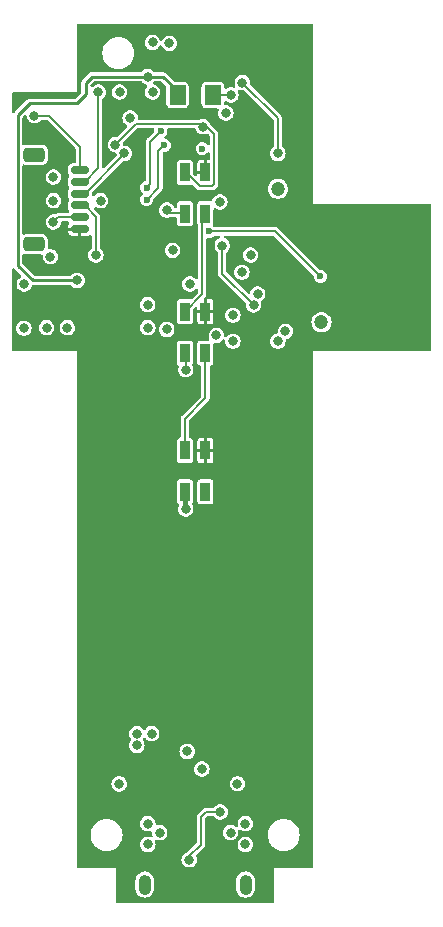
<source format=gbl>
G04 #@! TF.GenerationSoftware,KiCad,Pcbnew,7.0.7*
G04 #@! TF.CreationDate,2023-11-19T01:45:29-05:00*
G04 #@! TF.ProjectId,room_environment_monitor,726f6f6d-5f65-46e7-9669-726f6e6d656e,rev?*
G04 #@! TF.SameCoordinates,Original*
G04 #@! TF.FileFunction,Copper,L4,Bot*
G04 #@! TF.FilePolarity,Positive*
%FSLAX46Y46*%
G04 Gerber Fmt 4.6, Leading zero omitted, Abs format (unit mm)*
G04 Created by KiCad (PCBNEW 7.0.7) date 2023-11-19 01:45:29*
%MOMM*%
%LPD*%
G01*
G04 APERTURE LIST*
G04 Aperture macros list*
%AMRoundRect*
0 Rectangle with rounded corners*
0 $1 Rounding radius*
0 $2 $3 $4 $5 $6 $7 $8 $9 X,Y pos of 4 corners*
0 Add a 4 corners polygon primitive as box body*
4,1,4,$2,$3,$4,$5,$6,$7,$8,$9,$2,$3,0*
0 Add four circle primitives for the rounded corners*
1,1,$1+$1,$2,$3*
1,1,$1+$1,$4,$5*
1,1,$1+$1,$6,$7*
1,1,$1+$1,$8,$9*
0 Add four rect primitives between the rounded corners*
20,1,$1+$1,$2,$3,$4,$5,0*
20,1,$1+$1,$4,$5,$6,$7,0*
20,1,$1+$1,$6,$7,$8,$9,0*
20,1,$1+$1,$8,$9,$2,$3,0*%
G04 Aperture macros list end*
G04 #@! TA.AperFunction,ComponentPad*
%ADD10O,1.066800X1.701800*%
G04 #@! TD*
G04 #@! TA.AperFunction,SMDPad,CuDef*
%ADD11R,0.850000X1.600000*%
G04 #@! TD*
G04 #@! TA.AperFunction,SMDPad,CuDef*
%ADD12RoundRect,0.250000X0.650000X-0.350000X0.650000X0.350000X-0.650000X0.350000X-0.650000X-0.350000X0*%
G04 #@! TD*
G04 #@! TA.AperFunction,SMDPad,CuDef*
%ADD13RoundRect,0.150000X0.625000X-0.150000X0.625000X0.150000X-0.625000X0.150000X-0.625000X-0.150000X0*%
G04 #@! TD*
G04 #@! TA.AperFunction,SMDPad,CuDef*
%ADD14RoundRect,0.250001X0.462499X0.624999X-0.462499X0.624999X-0.462499X-0.624999X0.462499X-0.624999X0*%
G04 #@! TD*
G04 #@! TA.AperFunction,ViaPad*
%ADD15C,0.800000*%
G04 #@! TD*
G04 #@! TA.AperFunction,ViaPad*
%ADD16C,1.200000*%
G04 #@! TD*
G04 #@! TA.AperFunction,ViaPad*
%ADD17C,0.600000*%
G04 #@! TD*
G04 #@! TA.AperFunction,Conductor*
%ADD18C,0.200000*%
G04 #@! TD*
G04 #@! TA.AperFunction,Conductor*
%ADD19C,0.400000*%
G04 #@! TD*
G04 #@! TA.AperFunction,Conductor*
%ADD20C,0.250000*%
G04 #@! TD*
G04 APERTURE END LIST*
D10*
X105730001Y-142900003D03*
X114269999Y-142900003D03*
D11*
X110875000Y-94400000D03*
X109125000Y-94400000D03*
X109125000Y-97900000D03*
X110875000Y-97900000D03*
D12*
X96375000Y-81100000D03*
X96375000Y-88700000D03*
D13*
X100250000Y-82400000D03*
X100250000Y-83400000D03*
X100250000Y-84400000D03*
X100250000Y-85400000D03*
X100250000Y-86400000D03*
X100250000Y-87400000D03*
D11*
X110875000Y-82600000D03*
X109125000Y-82600000D03*
X109125000Y-86100000D03*
X110875000Y-86100000D03*
X110875000Y-106150000D03*
X109125000Y-106150000D03*
X109125000Y-109650000D03*
X110875000Y-109650000D03*
D14*
X108525000Y-76050000D03*
X111500000Y-76050000D03*
D15*
X113964711Y-91056219D03*
X96400000Y-77800000D03*
X101600000Y-89600000D03*
X103575000Y-134375000D03*
X95500000Y-95800000D03*
X97425000Y-95750000D03*
X107600000Y-95900000D03*
D16*
X117000000Y-84000000D03*
D15*
X109325000Y-131625000D03*
X110575000Y-133125000D03*
X106400000Y-71600000D03*
X98000000Y-85000000D03*
X106000000Y-137750000D03*
X113200000Y-96900000D03*
X104500000Y-78000000D03*
X107600000Y-85800000D03*
X98000000Y-83000000D03*
X106000000Y-139500000D03*
X115300000Y-92900000D03*
X109550001Y-92056200D03*
D16*
X120700000Y-95300000D03*
D15*
X102000000Y-85000000D03*
X109200000Y-99300000D03*
X114250000Y-137750000D03*
X105985081Y-93804619D03*
X98000000Y-86800000D03*
X113000000Y-138500000D03*
X114700000Y-89600000D03*
X109200000Y-111100000D03*
X113580000Y-134370000D03*
X114250000Y-139500000D03*
X107000000Y-138500000D03*
X99175000Y-95750000D03*
X112100000Y-85100000D03*
X104000000Y-81000000D03*
X111800000Y-96400000D03*
X117000000Y-96900000D03*
X112600000Y-77575000D03*
X106400000Y-75800000D03*
X108100000Y-89200000D03*
X105075000Y-130125000D03*
X113020000Y-76050000D03*
X107815962Y-71673806D03*
X95537701Y-92062299D03*
X113200000Y-94700000D03*
X105075000Y-131125000D03*
X106325000Y-130125000D03*
D17*
X110600000Y-80600000D03*
D15*
X97750000Y-89750000D03*
X103600000Y-75800000D03*
X117650000Y-96062500D03*
X106000000Y-95750000D03*
X110250000Y-71500000D03*
D16*
X117000000Y-82500000D03*
D15*
X109500000Y-139500000D03*
X111500000Y-138550000D03*
X109500000Y-137750000D03*
X124300000Y-89000000D03*
X111500000Y-140000000D03*
X110657911Y-78736508D03*
X103250000Y-80250000D03*
D17*
X107400000Y-80300000D03*
X105900000Y-84900000D03*
X111200000Y-87600000D03*
X120600000Y-91400000D03*
X107100000Y-79100000D03*
X105900000Y-83900000D03*
D15*
X112300000Y-88800000D03*
X114949051Y-93835863D03*
X112120000Y-136750000D03*
X109500000Y-140800000D03*
X101800000Y-75800000D03*
X117000000Y-81000000D03*
X114000000Y-75000000D03*
X106000000Y-74500000D03*
X100000000Y-91750000D03*
D18*
X96400000Y-77800000D02*
X97619336Y-77800000D01*
X97619336Y-77800000D02*
X100250000Y-80430664D01*
X101600000Y-86338604D02*
X101600000Y-89600000D01*
X100661396Y-85400000D02*
X101600000Y-86338604D01*
X109200000Y-99300000D02*
X109200000Y-97975000D01*
X107800000Y-86000000D02*
X107600000Y-85800000D01*
D19*
X109125000Y-109500000D02*
X109125000Y-110875000D01*
X109125000Y-110875000D02*
X109250000Y-111000000D01*
D18*
X109125000Y-86000000D02*
X107800000Y-86000000D01*
X100250000Y-86400000D02*
X98400000Y-86400000D01*
X98400000Y-86400000D02*
X98000000Y-86800000D01*
X104000000Y-81061396D02*
X104000000Y-81000000D01*
X100661396Y-84400000D02*
X104000000Y-81061396D01*
X111500000Y-76050000D02*
X113020000Y-76050000D01*
X110600000Y-92925000D02*
X110600000Y-86375000D01*
X109125000Y-94400000D02*
X110600000Y-92925000D01*
X103250000Y-80250000D02*
X105000000Y-78500000D01*
X111600000Y-83600000D02*
X111450000Y-83750000D01*
X111450000Y-83750000D02*
X110375000Y-83750000D01*
X110750000Y-78500000D02*
X111600000Y-79350000D01*
X111600000Y-79350000D02*
X111600000Y-83600000D01*
X105000000Y-78500000D02*
X110750000Y-78500000D01*
X110375000Y-83750000D02*
X109125000Y-82500000D01*
X110875000Y-97750000D02*
X110875000Y-101725000D01*
X110875000Y-101725000D02*
X109125000Y-103475000D01*
X109125000Y-103475000D02*
X109125000Y-106000000D01*
X106900000Y-83900000D02*
X105900000Y-84900000D01*
X106900000Y-80800000D02*
X106900000Y-83900000D01*
X107400000Y-80300000D02*
X106900000Y-80800000D01*
X116800000Y-87600000D02*
X120600000Y-91400000D01*
X111200000Y-87600000D02*
X116800000Y-87600000D01*
X106200000Y-80000000D02*
X107100000Y-79100000D01*
X105900000Y-83900000D02*
X106200000Y-83600000D01*
X106200000Y-83600000D02*
X106200000Y-80000000D01*
X112300000Y-91186812D02*
X112300000Y-88800000D01*
X114949051Y-93835863D02*
X112300000Y-91186812D01*
X109500000Y-140800000D02*
X109500000Y-140510050D01*
X110500000Y-139510050D02*
X110500000Y-137170000D01*
X109500000Y-140510050D02*
X110500000Y-139510050D01*
X112120000Y-136750000D02*
X110920000Y-136750000D01*
X110500000Y-137170000D02*
X110920000Y-136750000D01*
X101800000Y-75800000D02*
X101800000Y-82261396D01*
X101800000Y-82261396D02*
X100661396Y-83400000D01*
X100250000Y-80430664D02*
X100250000Y-82400000D01*
X117000000Y-81000000D02*
X117000000Y-78000000D01*
X117000000Y-78000000D02*
X114000000Y-75000000D01*
D20*
X95000000Y-90500000D02*
X95000000Y-77750000D01*
X100750000Y-75000000D02*
X101250000Y-74500000D01*
X100750000Y-76000000D02*
X100750000Y-75000000D01*
X96250000Y-91750000D02*
X95000000Y-90500000D01*
X96000000Y-76750000D02*
X100000000Y-76750000D01*
X95000000Y-77750000D02*
X96000000Y-76750000D01*
X107275000Y-74500000D02*
X108525000Y-75750000D01*
X106000000Y-74500000D02*
X107275000Y-74500000D01*
X101250000Y-74500000D02*
X106000000Y-74500000D01*
X100000000Y-76750000D02*
X100750000Y-76000000D01*
X100000000Y-91750000D02*
X96250000Y-91750000D01*
G04 #@! TA.AperFunction,Conductor*
G36*
X119942539Y-70020185D02*
G01*
X119988294Y-70072989D01*
X119999500Y-70124500D01*
X119999500Y-85225467D01*
X119999416Y-85225889D01*
X119999459Y-85250001D01*
X119999500Y-85250099D01*
X119999616Y-85250382D01*
X119999618Y-85250384D01*
X119999808Y-85250462D01*
X120000000Y-85250541D01*
X120000002Y-85250539D01*
X120024616Y-85250524D01*
X120024616Y-85250528D01*
X120024760Y-85250500D01*
X129875500Y-85250500D01*
X129942539Y-85270185D01*
X129988294Y-85322989D01*
X129999500Y-85374500D01*
X129999500Y-97625500D01*
X129979815Y-97692539D01*
X129927011Y-97738294D01*
X129875500Y-97749500D01*
X120024760Y-97749500D01*
X120024554Y-97749459D01*
X120000000Y-97749459D01*
X119999901Y-97749500D01*
X119999617Y-97749616D01*
X119999615Y-97749618D01*
X119999459Y-97749999D01*
X119999476Y-97774616D01*
X119999471Y-97774616D01*
X119999500Y-97774759D01*
X119999500Y-141375500D01*
X119979815Y-141442539D01*
X119927011Y-141488294D01*
X119875500Y-141499500D01*
X116724760Y-141499500D01*
X116724554Y-141499459D01*
X116700000Y-141499459D01*
X116699901Y-141499500D01*
X116699617Y-141499616D01*
X116699615Y-141499618D01*
X116699459Y-141499999D01*
X116699476Y-141524616D01*
X116699471Y-141524616D01*
X116699499Y-141524759D01*
X116699500Y-144375500D01*
X116679815Y-144442539D01*
X116627012Y-144488294D01*
X116575500Y-144499500D01*
X103424500Y-144499500D01*
X103357461Y-144479815D01*
X103311706Y-144427011D01*
X103300500Y-144375500D01*
X103300500Y-143261531D01*
X104946101Y-143261531D01*
X104960917Y-143393032D01*
X104960919Y-143393042D01*
X105019262Y-143559776D01*
X105019263Y-143559777D01*
X105113245Y-143709349D01*
X105238155Y-143834259D01*
X105387727Y-143928241D01*
X105554463Y-143986585D01*
X105554469Y-143986585D01*
X105554471Y-143986586D01*
X105729997Y-144006363D01*
X105730001Y-144006363D01*
X105730005Y-144006363D01*
X105905530Y-143986586D01*
X105905529Y-143986586D01*
X105905539Y-143986585D01*
X106072275Y-143928241D01*
X106221847Y-143834259D01*
X106346757Y-143709349D01*
X106440739Y-143559777D01*
X106499083Y-143393041D01*
X106513900Y-143261531D01*
X113486099Y-143261531D01*
X113500915Y-143393032D01*
X113500917Y-143393042D01*
X113559260Y-143559776D01*
X113559261Y-143559777D01*
X113653243Y-143709349D01*
X113778153Y-143834259D01*
X113927725Y-143928241D01*
X114094461Y-143986585D01*
X114094467Y-143986585D01*
X114094469Y-143986586D01*
X114269995Y-144006363D01*
X114269999Y-144006363D01*
X114270003Y-144006363D01*
X114445528Y-143986586D01*
X114445527Y-143986586D01*
X114445537Y-143986585D01*
X114612273Y-143928241D01*
X114761845Y-143834259D01*
X114886755Y-143709349D01*
X114980737Y-143559777D01*
X115039081Y-143393041D01*
X115053899Y-143261525D01*
X115053899Y-142538481D01*
X115039081Y-142406965D01*
X114980737Y-142240229D01*
X114886755Y-142090657D01*
X114761845Y-141965747D01*
X114612273Y-141871765D01*
X114612274Y-141871765D01*
X114612272Y-141871764D01*
X114445538Y-141813421D01*
X114445528Y-141813419D01*
X114270003Y-141793643D01*
X114269995Y-141793643D01*
X114094469Y-141813419D01*
X114094459Y-141813421D01*
X113927725Y-141871764D01*
X113927722Y-141871766D01*
X113778152Y-141965747D01*
X113653243Y-142090656D01*
X113559262Y-142240226D01*
X113559260Y-142240229D01*
X113500917Y-142406963D01*
X113500915Y-142406973D01*
X113486099Y-142538474D01*
X113486099Y-143261531D01*
X106513900Y-143261531D01*
X106513901Y-143261525D01*
X106513901Y-142538481D01*
X106499083Y-142406965D01*
X106440739Y-142240229D01*
X106346757Y-142090657D01*
X106221847Y-141965747D01*
X106072275Y-141871765D01*
X106072276Y-141871765D01*
X106072274Y-141871764D01*
X105905540Y-141813421D01*
X105905530Y-141813419D01*
X105730005Y-141793643D01*
X105729997Y-141793643D01*
X105554471Y-141813419D01*
X105554461Y-141813421D01*
X105387727Y-141871764D01*
X105387724Y-141871766D01*
X105238154Y-141965747D01*
X105113245Y-142090656D01*
X105019264Y-142240226D01*
X105019262Y-142240229D01*
X104960919Y-142406963D01*
X104960917Y-142406973D01*
X104946101Y-142538474D01*
X104946101Y-143261531D01*
X103300500Y-143261531D01*
X103300500Y-141524759D01*
X103300528Y-141524616D01*
X103300524Y-141524616D01*
X103300539Y-141500002D01*
X103300541Y-141500000D01*
X103300462Y-141499808D01*
X103300384Y-141499618D01*
X103300382Y-141499616D01*
X103300099Y-141499500D01*
X103300000Y-141499459D01*
X103275446Y-141499459D01*
X103275240Y-141499500D01*
X100124500Y-141499500D01*
X100057461Y-141479815D01*
X100011706Y-141427011D01*
X100000500Y-141375500D01*
X100000500Y-140800000D01*
X108844722Y-140800000D01*
X108863762Y-140956818D01*
X108919780Y-141104522D01*
X108919780Y-141104523D01*
X109009517Y-141234530D01*
X109127760Y-141339283D01*
X109127762Y-141339284D01*
X109267634Y-141412696D01*
X109421014Y-141450500D01*
X109421015Y-141450500D01*
X109578985Y-141450500D01*
X109732365Y-141412696D01*
X109803235Y-141375500D01*
X109872240Y-141339283D01*
X109990483Y-141234530D01*
X110080220Y-141104523D01*
X110136237Y-140956818D01*
X110155278Y-140800000D01*
X110136237Y-140643182D01*
X110089409Y-140519708D01*
X110084043Y-140450049D01*
X110117190Y-140388542D01*
X110117430Y-140388300D01*
X110713046Y-139792684D01*
X110732902Y-139776561D01*
X110740669Y-139771487D01*
X110760873Y-139745527D01*
X110765941Y-139739789D01*
X110768376Y-139737356D01*
X110772162Y-139732052D01*
X110781048Y-139719608D01*
X110812513Y-139679181D01*
X110812512Y-139679181D01*
X110812517Y-139679176D01*
X110812519Y-139679169D01*
X110815982Y-139672768D01*
X110816021Y-139672690D01*
X110816058Y-139672620D01*
X110819233Y-139666124D01*
X110819240Y-139666116D01*
X110833860Y-139617006D01*
X110850500Y-139568538D01*
X110850500Y-139568534D01*
X110851692Y-139561391D01*
X110851701Y-139561321D01*
X110851714Y-139561240D01*
X110852617Y-139554001D01*
X110850499Y-139502807D01*
X110850499Y-139500000D01*
X113594722Y-139500000D01*
X113613762Y-139656818D01*
X113657251Y-139771486D01*
X113669780Y-139804523D01*
X113759517Y-139934530D01*
X113877760Y-140039283D01*
X113877762Y-140039284D01*
X114017634Y-140112696D01*
X114171014Y-140150500D01*
X114171015Y-140150500D01*
X114328985Y-140150500D01*
X114482365Y-140112696D01*
X114482364Y-140112695D01*
X114622240Y-140039283D01*
X114740483Y-139934530D01*
X114830220Y-139804523D01*
X114886237Y-139656818D01*
X114905278Y-139500000D01*
X114890445Y-139377834D01*
X114886237Y-139343181D01*
X114864992Y-139287164D01*
X114830220Y-139195477D01*
X114740483Y-139065470D01*
X114622240Y-138960717D01*
X114622238Y-138960716D01*
X114622237Y-138960715D01*
X114482365Y-138887303D01*
X114328986Y-138849500D01*
X114328985Y-138849500D01*
X114171015Y-138849500D01*
X114171014Y-138849500D01*
X114017634Y-138887303D01*
X113877762Y-138960715D01*
X113759516Y-139065471D01*
X113669781Y-139195475D01*
X113669780Y-139195476D01*
X113613762Y-139343181D01*
X113594722Y-139499999D01*
X113594722Y-139500000D01*
X110850499Y-139500000D01*
X110850499Y-138500000D01*
X112344722Y-138500000D01*
X112363762Y-138656818D01*
X112390233Y-138726615D01*
X112419780Y-138804523D01*
X112509517Y-138934530D01*
X112627760Y-139039283D01*
X112627762Y-139039284D01*
X112767634Y-139112696D01*
X112921014Y-139150500D01*
X112921015Y-139150500D01*
X113078985Y-139150500D01*
X113232365Y-139112696D01*
X113240562Y-139108394D01*
X113372240Y-139039283D01*
X113490483Y-138934530D01*
X113580220Y-138804523D01*
X113619860Y-138700000D01*
X116144341Y-138700000D01*
X116164936Y-138935403D01*
X116164938Y-138935413D01*
X116226094Y-139163655D01*
X116226096Y-139163659D01*
X116226097Y-139163663D01*
X116276030Y-139270746D01*
X116325964Y-139377828D01*
X116325965Y-139377830D01*
X116461505Y-139571402D01*
X116628597Y-139738494D01*
X116822169Y-139874034D01*
X116822171Y-139874035D01*
X117036337Y-139973903D01*
X117264592Y-140035063D01*
X117441034Y-140050500D01*
X117558966Y-140050500D01*
X117735408Y-140035063D01*
X117963663Y-139973903D01*
X118177829Y-139874035D01*
X118371401Y-139738495D01*
X118538495Y-139571401D01*
X118674035Y-139377830D01*
X118773903Y-139163663D01*
X118835063Y-138935408D01*
X118855659Y-138700000D01*
X118835063Y-138464592D01*
X118773903Y-138236337D01*
X118674035Y-138022171D01*
X118674034Y-138022169D01*
X118538494Y-137828597D01*
X118371402Y-137661505D01*
X118177830Y-137525965D01*
X118177828Y-137525964D01*
X118005223Y-137445477D01*
X117963663Y-137426097D01*
X117963659Y-137426096D01*
X117963655Y-137426094D01*
X117735413Y-137364938D01*
X117735403Y-137364936D01*
X117558966Y-137349500D01*
X117441034Y-137349500D01*
X117264596Y-137364936D01*
X117264586Y-137364938D01*
X117036344Y-137426094D01*
X117036335Y-137426098D01*
X116822171Y-137525964D01*
X116822169Y-137525965D01*
X116628597Y-137661505D01*
X116461506Y-137828597D01*
X116461501Y-137828604D01*
X116325967Y-138022165D01*
X116325965Y-138022169D01*
X116226098Y-138236335D01*
X116226094Y-138236344D01*
X116164938Y-138464586D01*
X116164936Y-138464596D01*
X116144341Y-138699999D01*
X116144341Y-138700000D01*
X113619860Y-138700000D01*
X113636237Y-138656818D01*
X113655278Y-138500000D01*
X113652975Y-138481037D01*
X113639202Y-138367601D01*
X113650662Y-138298678D01*
X113697566Y-138246892D01*
X113765022Y-138228685D01*
X113831613Y-138249837D01*
X113844518Y-138259834D01*
X113869452Y-138281923D01*
X113877762Y-138289285D01*
X114017634Y-138362696D01*
X114171014Y-138400500D01*
X114171015Y-138400500D01*
X114328985Y-138400500D01*
X114482365Y-138362696D01*
X114519547Y-138343181D01*
X114622240Y-138289283D01*
X114740483Y-138184530D01*
X114830220Y-138054523D01*
X114886237Y-137906818D01*
X114905278Y-137750000D01*
X114886237Y-137593182D01*
X114830220Y-137445477D01*
X114740483Y-137315470D01*
X114622240Y-137210717D01*
X114622238Y-137210716D01*
X114622237Y-137210715D01*
X114482365Y-137137303D01*
X114328986Y-137099500D01*
X114328985Y-137099500D01*
X114171015Y-137099500D01*
X114171014Y-137099500D01*
X114017634Y-137137303D01*
X113877762Y-137210715D01*
X113759516Y-137315471D01*
X113669781Y-137445475D01*
X113669780Y-137445476D01*
X113613762Y-137593181D01*
X113594722Y-137749999D01*
X113594722Y-137750000D01*
X113610797Y-137882398D01*
X113599336Y-137951322D01*
X113552432Y-138003107D01*
X113484976Y-138021314D01*
X113418385Y-138000161D01*
X113405479Y-137990163D01*
X113372240Y-137960717D01*
X113372237Y-137960714D01*
X113232365Y-137887303D01*
X113078986Y-137849500D01*
X113078985Y-137849500D01*
X112921015Y-137849500D01*
X112921014Y-137849500D01*
X112767634Y-137887303D01*
X112627762Y-137960715D01*
X112509516Y-138065471D01*
X112419781Y-138195475D01*
X112419780Y-138195476D01*
X112363762Y-138343181D01*
X112344722Y-138499999D01*
X112344722Y-138500000D01*
X110850499Y-138500000D01*
X110850499Y-138416268D01*
X110850499Y-137366540D01*
X110870184Y-137299505D01*
X110886809Y-137278872D01*
X111028865Y-137136816D01*
X111090186Y-137103334D01*
X111116544Y-137100500D01*
X111506436Y-137100500D01*
X111573475Y-137120185D01*
X111608487Y-137154062D01*
X111629515Y-137184528D01*
X111629516Y-137184529D01*
X111629517Y-137184530D01*
X111747760Y-137289283D01*
X111747762Y-137289284D01*
X111887634Y-137362696D01*
X112041014Y-137400500D01*
X112041015Y-137400500D01*
X112198985Y-137400500D01*
X112352365Y-137362696D01*
X112352364Y-137362696D01*
X112492240Y-137289283D01*
X112610483Y-137184530D01*
X112700220Y-137054523D01*
X112756237Y-136906818D01*
X112775278Y-136750000D01*
X112756237Y-136593182D01*
X112700220Y-136445477D01*
X112610483Y-136315470D01*
X112492240Y-136210717D01*
X112492238Y-136210716D01*
X112492237Y-136210715D01*
X112352365Y-136137303D01*
X112198986Y-136099500D01*
X112198985Y-136099500D01*
X112041015Y-136099500D01*
X112041014Y-136099500D01*
X111887634Y-136137303D01*
X111747762Y-136210715D01*
X111629515Y-136315471D01*
X111608487Y-136345938D01*
X111554205Y-136389930D01*
X111506436Y-136399500D01*
X110969211Y-136399500D01*
X110943765Y-136396861D01*
X110934685Y-136394957D01*
X110934684Y-136394957D01*
X110934682Y-136394957D01*
X110902061Y-136399023D01*
X110894385Y-136399500D01*
X110890960Y-136399500D01*
X110869457Y-136403087D01*
X110818608Y-136409426D01*
X110811566Y-136411522D01*
X110804620Y-136413907D01*
X110759550Y-136438297D01*
X110713513Y-136460803D01*
X110707538Y-136465069D01*
X110701746Y-136469577D01*
X110667032Y-136507286D01*
X110286955Y-136887361D01*
X110267106Y-136903482D01*
X110259331Y-136908562D01*
X110239143Y-136934498D01*
X110234067Y-136940248D01*
X110231634Y-136942681D01*
X110231623Y-136942694D01*
X110218954Y-136960438D01*
X110187483Y-137000872D01*
X110183975Y-137007353D01*
X110180760Y-137013932D01*
X110166138Y-137063045D01*
X110149498Y-137111516D01*
X110148294Y-137118733D01*
X110147382Y-137126046D01*
X110149500Y-137177230D01*
X110149500Y-139313505D01*
X110129815Y-139380544D01*
X110113181Y-139401186D01*
X109370945Y-140143421D01*
X109312940Y-140176137D01*
X109267632Y-140187304D01*
X109127762Y-140260715D01*
X109009516Y-140365471D01*
X108919781Y-140495475D01*
X108919780Y-140495476D01*
X108863762Y-140643181D01*
X108844722Y-140799999D01*
X108844722Y-140800000D01*
X100000500Y-140800000D01*
X100000500Y-138700000D01*
X101144341Y-138700000D01*
X101164936Y-138935403D01*
X101164938Y-138935413D01*
X101226094Y-139163655D01*
X101226096Y-139163659D01*
X101226097Y-139163663D01*
X101276030Y-139270746D01*
X101325964Y-139377828D01*
X101325965Y-139377830D01*
X101461505Y-139571402D01*
X101628597Y-139738494D01*
X101822169Y-139874034D01*
X101822171Y-139874035D01*
X102036337Y-139973903D01*
X102264592Y-140035063D01*
X102441034Y-140050500D01*
X102558966Y-140050500D01*
X102735408Y-140035063D01*
X102963663Y-139973903D01*
X103177829Y-139874035D01*
X103371401Y-139738495D01*
X103538495Y-139571401D01*
X103588491Y-139500000D01*
X105344722Y-139500000D01*
X105363762Y-139656818D01*
X105407251Y-139771486D01*
X105419780Y-139804523D01*
X105509517Y-139934530D01*
X105627760Y-140039283D01*
X105627762Y-140039284D01*
X105767634Y-140112696D01*
X105921014Y-140150500D01*
X105921015Y-140150500D01*
X106078985Y-140150500D01*
X106232365Y-140112696D01*
X106232364Y-140112696D01*
X106372240Y-140039283D01*
X106490483Y-139934530D01*
X106580220Y-139804523D01*
X106636237Y-139656818D01*
X106655278Y-139500000D01*
X106640444Y-139377834D01*
X106636237Y-139343182D01*
X106624982Y-139313505D01*
X106609765Y-139273383D01*
X106604399Y-139203721D01*
X106637546Y-139142215D01*
X106698684Y-139108394D01*
X106759972Y-139112438D01*
X106760351Y-139110901D01*
X106921014Y-139150500D01*
X106921015Y-139150500D01*
X107078985Y-139150500D01*
X107232365Y-139112696D01*
X107240562Y-139108394D01*
X107372240Y-139039283D01*
X107490483Y-138934530D01*
X107580220Y-138804523D01*
X107636237Y-138656818D01*
X107655278Y-138500000D01*
X107652976Y-138481037D01*
X107636237Y-138343181D01*
X107599719Y-138246892D01*
X107580220Y-138195477D01*
X107490483Y-138065470D01*
X107372240Y-137960717D01*
X107372238Y-137960716D01*
X107372237Y-137960715D01*
X107232365Y-137887303D01*
X107078986Y-137849500D01*
X107078985Y-137849500D01*
X106921015Y-137849500D01*
X106921014Y-137849500D01*
X106808952Y-137877120D01*
X106739150Y-137874051D01*
X106682088Y-137833730D01*
X106655883Y-137768961D01*
X106655278Y-137756723D01*
X106655278Y-137749999D01*
X106636237Y-137593181D01*
X106610745Y-137525964D01*
X106580220Y-137445477D01*
X106490483Y-137315470D01*
X106372240Y-137210717D01*
X106372238Y-137210716D01*
X106372237Y-137210715D01*
X106232365Y-137137303D01*
X106078986Y-137099500D01*
X106078985Y-137099500D01*
X105921015Y-137099500D01*
X105921014Y-137099500D01*
X105767634Y-137137303D01*
X105627762Y-137210715D01*
X105509516Y-137315471D01*
X105419781Y-137445475D01*
X105419780Y-137445476D01*
X105363762Y-137593181D01*
X105344722Y-137749999D01*
X105344722Y-137750000D01*
X105363762Y-137906818D01*
X105419780Y-138054523D01*
X105509517Y-138184530D01*
X105627760Y-138289283D01*
X105627762Y-138289284D01*
X105767634Y-138362696D01*
X105921014Y-138400500D01*
X105921015Y-138400500D01*
X106078985Y-138400500D01*
X106191049Y-138372879D01*
X106260849Y-138375948D01*
X106317911Y-138416268D01*
X106344117Y-138481037D01*
X106344722Y-138493276D01*
X106344722Y-138500000D01*
X106363763Y-138656818D01*
X106390233Y-138726615D01*
X106395600Y-138796278D01*
X106362452Y-138857785D01*
X106301314Y-138891606D01*
X106240028Y-138887560D01*
X106239649Y-138889099D01*
X106078986Y-138849500D01*
X106078985Y-138849500D01*
X105921015Y-138849500D01*
X105921014Y-138849500D01*
X105767634Y-138887303D01*
X105627762Y-138960715D01*
X105509516Y-139065471D01*
X105419781Y-139195475D01*
X105419780Y-139195476D01*
X105363762Y-139343181D01*
X105344722Y-139499999D01*
X105344722Y-139500000D01*
X103588491Y-139500000D01*
X103674035Y-139377830D01*
X103773903Y-139163663D01*
X103835063Y-138935408D01*
X103855659Y-138700000D01*
X103835063Y-138464592D01*
X103773903Y-138236337D01*
X103674035Y-138022171D01*
X103674034Y-138022169D01*
X103538494Y-137828597D01*
X103371402Y-137661505D01*
X103177830Y-137525965D01*
X103177828Y-137525964D01*
X103005223Y-137445477D01*
X102963663Y-137426097D01*
X102963659Y-137426096D01*
X102963655Y-137426094D01*
X102735413Y-137364938D01*
X102735403Y-137364936D01*
X102558966Y-137349500D01*
X102441034Y-137349500D01*
X102264596Y-137364936D01*
X102264586Y-137364938D01*
X102036344Y-137426094D01*
X102036335Y-137426098D01*
X101822171Y-137525964D01*
X101822169Y-137525965D01*
X101628597Y-137661505D01*
X101461506Y-137828597D01*
X101461501Y-137828604D01*
X101325967Y-138022165D01*
X101325965Y-138022169D01*
X101226098Y-138236335D01*
X101226094Y-138236344D01*
X101164938Y-138464586D01*
X101164936Y-138464596D01*
X101144341Y-138699999D01*
X101144341Y-138700000D01*
X100000500Y-138700000D01*
X100000500Y-134375000D01*
X102919722Y-134375000D01*
X102938762Y-134531818D01*
X102992884Y-134674523D01*
X102994780Y-134679523D01*
X103084517Y-134809530D01*
X103202760Y-134914283D01*
X103202762Y-134914284D01*
X103342634Y-134987696D01*
X103496014Y-135025500D01*
X103496015Y-135025500D01*
X103653985Y-135025500D01*
X103807365Y-134987696D01*
X103816892Y-134982696D01*
X103947240Y-134914283D01*
X104065483Y-134809530D01*
X104155220Y-134679523D01*
X104211237Y-134531818D01*
X104230278Y-134375000D01*
X104229671Y-134370000D01*
X112924722Y-134370000D01*
X112943762Y-134526818D01*
X112999779Y-134674522D01*
X112999780Y-134674523D01*
X113089517Y-134804530D01*
X113207760Y-134909283D01*
X113219860Y-134915633D01*
X113347634Y-134982696D01*
X113501014Y-135020500D01*
X113501015Y-135020500D01*
X113658985Y-135020500D01*
X113812365Y-134982696D01*
X113812364Y-134982696D01*
X113952240Y-134909283D01*
X114070483Y-134804530D01*
X114160220Y-134674523D01*
X114216237Y-134526818D01*
X114235278Y-134370000D01*
X114216237Y-134213182D01*
X114160220Y-134065477D01*
X114070483Y-133935470D01*
X113952240Y-133830717D01*
X113952238Y-133830716D01*
X113952237Y-133830715D01*
X113812365Y-133757303D01*
X113658986Y-133719500D01*
X113658985Y-133719500D01*
X113501015Y-133719500D01*
X113501014Y-133719500D01*
X113347634Y-133757303D01*
X113207762Y-133830715D01*
X113089516Y-133935471D01*
X112999781Y-134065475D01*
X112999780Y-134065476D01*
X112943762Y-134213181D01*
X112924722Y-134369999D01*
X112924722Y-134370000D01*
X104229671Y-134370000D01*
X104211237Y-134218182D01*
X104209340Y-134213181D01*
X104189992Y-134162164D01*
X104155220Y-134070477D01*
X104065483Y-133940470D01*
X103947240Y-133835717D01*
X103947238Y-133835716D01*
X103947237Y-133835715D01*
X103807365Y-133762303D01*
X103653986Y-133724500D01*
X103653985Y-133724500D01*
X103496015Y-133724500D01*
X103496014Y-133724500D01*
X103342634Y-133762303D01*
X103202762Y-133835715D01*
X103084516Y-133940471D01*
X102994781Y-134070475D01*
X102994780Y-134070476D01*
X102938762Y-134218181D01*
X102919722Y-134374999D01*
X102919722Y-134375000D01*
X100000500Y-134375000D01*
X100000500Y-133125000D01*
X109919722Y-133125000D01*
X109938762Y-133281818D01*
X109994780Y-133429523D01*
X110084517Y-133559530D01*
X110202760Y-133664283D01*
X110202762Y-133664284D01*
X110342634Y-133737696D01*
X110496014Y-133775500D01*
X110496015Y-133775500D01*
X110653985Y-133775500D01*
X110807365Y-133737696D01*
X110807364Y-133737696D01*
X110947240Y-133664283D01*
X111065483Y-133559530D01*
X111155220Y-133429523D01*
X111211237Y-133281818D01*
X111230278Y-133125000D01*
X111211237Y-132968182D01*
X111155220Y-132820477D01*
X111065483Y-132690470D01*
X110947240Y-132585717D01*
X110947238Y-132585716D01*
X110947237Y-132585715D01*
X110807365Y-132512303D01*
X110653986Y-132474500D01*
X110653985Y-132474500D01*
X110496015Y-132474500D01*
X110496014Y-132474500D01*
X110342634Y-132512303D01*
X110202762Y-132585715D01*
X110084516Y-132690471D01*
X109994781Y-132820475D01*
X109994780Y-132820476D01*
X109938762Y-132968181D01*
X109919722Y-133124999D01*
X109919722Y-133125000D01*
X100000500Y-133125000D01*
X100000500Y-131125000D01*
X104419722Y-131125000D01*
X104438762Y-131281818D01*
X104453424Y-131320477D01*
X104494780Y-131429523D01*
X104584517Y-131559530D01*
X104702760Y-131664283D01*
X104702762Y-131664284D01*
X104842634Y-131737696D01*
X104996014Y-131775500D01*
X104996015Y-131775500D01*
X105153985Y-131775500D01*
X105307365Y-131737696D01*
X105307364Y-131737695D01*
X105447240Y-131664283D01*
X105491582Y-131625000D01*
X108669722Y-131625000D01*
X108688762Y-131781818D01*
X108744780Y-131929523D01*
X108834517Y-132059530D01*
X108952760Y-132164283D01*
X108952762Y-132164284D01*
X109092634Y-132237696D01*
X109246014Y-132275500D01*
X109246015Y-132275500D01*
X109403985Y-132275500D01*
X109557365Y-132237696D01*
X109557364Y-132237696D01*
X109697240Y-132164283D01*
X109815483Y-132059530D01*
X109905220Y-131929523D01*
X109961237Y-131781818D01*
X109980278Y-131625000D01*
X109961237Y-131468182D01*
X109905220Y-131320477D01*
X109815483Y-131190470D01*
X109697240Y-131085717D01*
X109697238Y-131085716D01*
X109697237Y-131085715D01*
X109557365Y-131012303D01*
X109403986Y-130974500D01*
X109403985Y-130974500D01*
X109246015Y-130974500D01*
X109246014Y-130974500D01*
X109092634Y-131012303D01*
X108952762Y-131085715D01*
X108834516Y-131190471D01*
X108744781Y-131320475D01*
X108744780Y-131320476D01*
X108688762Y-131468181D01*
X108669722Y-131624999D01*
X108669722Y-131625000D01*
X105491582Y-131625000D01*
X105565483Y-131559530D01*
X105655220Y-131429523D01*
X105711237Y-131281818D01*
X105730278Y-131125000D01*
X105711237Y-130968182D01*
X105655220Y-130820477D01*
X105568912Y-130695438D01*
X105547030Y-130629086D01*
X105564495Y-130561434D01*
X105568905Y-130554571D01*
X105597950Y-130512492D01*
X105652233Y-130468502D01*
X105721682Y-130460843D01*
X105784247Y-130491947D01*
X105802049Y-130512492D01*
X105834517Y-130559530D01*
X105952760Y-130664283D01*
X105952762Y-130664284D01*
X106092634Y-130737696D01*
X106246014Y-130775500D01*
X106246015Y-130775500D01*
X106403985Y-130775500D01*
X106557365Y-130737696D01*
X106557365Y-130737695D01*
X106697240Y-130664283D01*
X106815483Y-130559530D01*
X106905220Y-130429523D01*
X106961237Y-130281818D01*
X106980278Y-130125000D01*
X106961237Y-129968182D01*
X106905220Y-129820477D01*
X106815483Y-129690470D01*
X106697240Y-129585717D01*
X106697238Y-129585716D01*
X106697237Y-129585715D01*
X106557365Y-129512303D01*
X106403986Y-129474500D01*
X106403985Y-129474500D01*
X106246015Y-129474500D01*
X106246014Y-129474500D01*
X106092634Y-129512303D01*
X105952762Y-129585715D01*
X105834517Y-129690469D01*
X105802050Y-129737507D01*
X105747766Y-129781497D01*
X105678318Y-129789156D01*
X105615753Y-129758052D01*
X105597950Y-129737507D01*
X105565483Y-129690470D01*
X105447240Y-129585717D01*
X105447238Y-129585716D01*
X105447237Y-129585715D01*
X105307365Y-129512303D01*
X105153986Y-129474500D01*
X105153985Y-129474500D01*
X104996015Y-129474500D01*
X104996014Y-129474500D01*
X104842634Y-129512303D01*
X104702762Y-129585715D01*
X104584516Y-129690471D01*
X104494781Y-129820475D01*
X104494780Y-129820476D01*
X104438762Y-129968181D01*
X104419722Y-130124999D01*
X104419722Y-130125000D01*
X104438762Y-130281818D01*
X104494780Y-130429523D01*
X104494781Y-130429524D01*
X104581086Y-130554560D01*
X104602969Y-130620915D01*
X104585503Y-130688566D01*
X104581086Y-130695440D01*
X104494781Y-130820475D01*
X104494780Y-130820476D01*
X104438762Y-130968181D01*
X104419722Y-131124999D01*
X104419722Y-131125000D01*
X100000500Y-131125000D01*
X100000500Y-129474500D01*
X100000500Y-110474678D01*
X108449500Y-110474678D01*
X108464032Y-110547735D01*
X108464033Y-110547739D01*
X108464034Y-110547740D01*
X108519399Y-110630601D01*
X108567334Y-110662630D01*
X108612138Y-110716240D01*
X108620847Y-110785565D01*
X108614385Y-110809702D01*
X108563763Y-110943181D01*
X108544722Y-111099999D01*
X108544722Y-111100000D01*
X108563762Y-111256818D01*
X108619780Y-111404523D01*
X108709517Y-111534530D01*
X108827760Y-111639283D01*
X108827762Y-111639284D01*
X108967634Y-111712696D01*
X109121014Y-111750500D01*
X109121015Y-111750500D01*
X109278985Y-111750500D01*
X109432365Y-111712696D01*
X109432364Y-111712696D01*
X109572240Y-111639283D01*
X109690483Y-111534530D01*
X109780220Y-111404523D01*
X109836237Y-111256818D01*
X109855278Y-111100000D01*
X109836237Y-110943182D01*
X109780220Y-110795477D01*
X109780218Y-110795475D01*
X109780218Y-110795473D01*
X109746869Y-110747160D01*
X109724985Y-110680805D01*
X109742450Y-110613154D01*
X109745795Y-110607860D01*
X109785966Y-110547740D01*
X109800499Y-110474678D01*
X110199500Y-110474678D01*
X110214032Y-110547735D01*
X110214033Y-110547739D01*
X110214034Y-110547740D01*
X110269399Y-110630601D01*
X110344536Y-110680805D01*
X110352260Y-110685966D01*
X110352264Y-110685967D01*
X110425321Y-110700499D01*
X110425324Y-110700500D01*
X110425326Y-110700500D01*
X111324676Y-110700500D01*
X111324677Y-110700499D01*
X111397740Y-110685966D01*
X111480601Y-110630601D01*
X111535966Y-110547740D01*
X111550500Y-110474674D01*
X111550500Y-108825326D01*
X111550500Y-108825325D01*
X111550500Y-108825323D01*
X111550499Y-108825321D01*
X111535967Y-108752264D01*
X111535966Y-108752260D01*
X111535965Y-108752259D01*
X111480601Y-108669399D01*
X111397740Y-108614034D01*
X111397739Y-108614033D01*
X111397735Y-108614032D01*
X111324677Y-108599500D01*
X111324674Y-108599500D01*
X110425326Y-108599500D01*
X110425323Y-108599500D01*
X110352264Y-108614032D01*
X110352260Y-108614033D01*
X110269399Y-108669399D01*
X110214033Y-108752260D01*
X110214032Y-108752264D01*
X110199500Y-108825321D01*
X110199500Y-110474678D01*
X109800499Y-110474678D01*
X109800500Y-110474674D01*
X109800500Y-108825326D01*
X109800500Y-108825325D01*
X109800500Y-108825323D01*
X109800499Y-108825321D01*
X109785967Y-108752264D01*
X109785966Y-108752260D01*
X109785965Y-108752260D01*
X109730601Y-108669399D01*
X109647740Y-108614034D01*
X109647739Y-108614033D01*
X109647735Y-108614032D01*
X109574677Y-108599500D01*
X109574674Y-108599500D01*
X108675326Y-108599500D01*
X108675323Y-108599500D01*
X108602264Y-108614032D01*
X108602260Y-108614033D01*
X108519399Y-108669399D01*
X108464033Y-108752260D01*
X108464032Y-108752264D01*
X108449500Y-108825321D01*
X108449500Y-110474678D01*
X100000500Y-110474678D01*
X100000500Y-106974678D01*
X108449500Y-106974678D01*
X108464032Y-107047735D01*
X108464033Y-107047739D01*
X108464034Y-107047740D01*
X108519399Y-107130601D01*
X108601554Y-107185494D01*
X108602260Y-107185966D01*
X108602264Y-107185967D01*
X108675321Y-107200499D01*
X108675324Y-107200500D01*
X108675326Y-107200500D01*
X109574676Y-107200500D01*
X109574677Y-107200499D01*
X109647740Y-107185966D01*
X109730601Y-107130601D01*
X109785966Y-107047740D01*
X109800500Y-106974674D01*
X109800500Y-106275000D01*
X110200000Y-106275000D01*
X110200000Y-106974628D01*
X110214503Y-107047540D01*
X110214505Y-107047544D01*
X110269760Y-107130239D01*
X110352455Y-107185494D01*
X110352459Y-107185496D01*
X110425371Y-107199999D01*
X110425374Y-107200000D01*
X110750000Y-107200000D01*
X110750000Y-106275000D01*
X111000000Y-106275000D01*
X111000000Y-107200000D01*
X111324626Y-107200000D01*
X111324628Y-107199999D01*
X111397540Y-107185496D01*
X111397544Y-107185494D01*
X111480239Y-107130239D01*
X111535494Y-107047544D01*
X111535496Y-107047540D01*
X111549999Y-106974628D01*
X111550000Y-106974626D01*
X111550000Y-106275000D01*
X111000000Y-106275000D01*
X110750000Y-106275000D01*
X110200000Y-106275000D01*
X109800500Y-106275000D01*
X109800500Y-106025000D01*
X110200000Y-106025000D01*
X110750000Y-106025000D01*
X110750000Y-105100000D01*
X111000000Y-105100000D01*
X111000000Y-106025000D01*
X111550000Y-106025000D01*
X111550000Y-105325373D01*
X111549999Y-105325371D01*
X111535496Y-105252459D01*
X111535494Y-105252455D01*
X111480239Y-105169760D01*
X111397544Y-105114505D01*
X111397540Y-105114503D01*
X111324627Y-105100000D01*
X111000000Y-105100000D01*
X110750000Y-105100000D01*
X110425373Y-105100000D01*
X110352459Y-105114503D01*
X110352455Y-105114505D01*
X110269760Y-105169760D01*
X110214505Y-105252455D01*
X110214503Y-105252459D01*
X110200000Y-105325371D01*
X110200000Y-106025000D01*
X109800500Y-106025000D01*
X109800500Y-105325326D01*
X109800500Y-105325325D01*
X109800500Y-105325323D01*
X109800499Y-105325321D01*
X109785967Y-105252264D01*
X109785966Y-105252260D01*
X109785965Y-105252260D01*
X109730601Y-105169399D01*
X109647740Y-105114034D01*
X109647739Y-105114033D01*
X109647736Y-105114032D01*
X109575308Y-105099625D01*
X109513397Y-105067240D01*
X109478823Y-105006523D01*
X109475500Y-104978008D01*
X109475500Y-103671542D01*
X109495185Y-103604503D01*
X109511814Y-103583866D01*
X111088043Y-102007636D01*
X111107894Y-101991516D01*
X111115669Y-101986437D01*
X111135864Y-101960488D01*
X111140942Y-101954737D01*
X111143375Y-101952306D01*
X111156038Y-101934569D01*
X111187517Y-101894126D01*
X111187519Y-101894119D01*
X111191017Y-101887655D01*
X111194235Y-101881072D01*
X111194240Y-101881066D01*
X111208861Y-101831954D01*
X111225500Y-101783488D01*
X111225500Y-101783479D01*
X111226706Y-101776258D01*
X111227617Y-101768951D01*
X111225500Y-101717758D01*
X111225500Y-99071991D01*
X111245185Y-99004952D01*
X111297989Y-98959197D01*
X111325309Y-98950374D01*
X111397735Y-98935967D01*
X111397735Y-98935966D01*
X111397740Y-98935966D01*
X111480601Y-98880601D01*
X111535966Y-98797740D01*
X111550500Y-98724674D01*
X111550500Y-97166746D01*
X111570185Y-97099707D01*
X111622989Y-97053952D01*
X111692147Y-97044008D01*
X111704163Y-97046346D01*
X111721015Y-97050500D01*
X111721017Y-97050500D01*
X111878985Y-97050500D01*
X112032365Y-97012696D01*
X112070401Y-96992733D01*
X112172240Y-96939283D01*
X112290483Y-96834530D01*
X112322851Y-96787635D01*
X112377132Y-96743645D01*
X112446581Y-96735985D01*
X112509146Y-96767087D01*
X112544964Y-96827077D01*
X112547997Y-96873019D01*
X112544722Y-96899996D01*
X112544722Y-96900000D01*
X112563762Y-97056818D01*
X112605453Y-97166746D01*
X112619780Y-97204523D01*
X112709517Y-97334530D01*
X112827760Y-97439283D01*
X112827762Y-97439284D01*
X112967634Y-97512696D01*
X113121014Y-97550500D01*
X113121015Y-97550500D01*
X113278985Y-97550500D01*
X113432365Y-97512696D01*
X113432364Y-97512696D01*
X113572240Y-97439283D01*
X113690483Y-97334530D01*
X113780220Y-97204523D01*
X113836237Y-97056818D01*
X113855278Y-96900000D01*
X116344721Y-96900000D01*
X116363762Y-97056818D01*
X116405453Y-97166746D01*
X116419780Y-97204523D01*
X116509517Y-97334530D01*
X116627760Y-97439283D01*
X116627762Y-97439284D01*
X116767634Y-97512696D01*
X116921014Y-97550500D01*
X116921015Y-97550500D01*
X117078985Y-97550500D01*
X117232365Y-97512696D01*
X117232364Y-97512696D01*
X117372240Y-97439283D01*
X117490483Y-97334530D01*
X117580220Y-97204523D01*
X117636237Y-97056818D01*
X117655278Y-96900000D01*
X117648615Y-96845126D01*
X117660075Y-96776203D01*
X117706979Y-96724417D01*
X117742037Y-96709783D01*
X117882365Y-96675196D01*
X117882364Y-96675195D01*
X118022240Y-96601783D01*
X118140483Y-96497030D01*
X118230220Y-96367023D01*
X118286237Y-96219318D01*
X118305278Y-96062500D01*
X118304310Y-96054523D01*
X118286237Y-95905681D01*
X118246157Y-95800000D01*
X118230220Y-95757977D01*
X118140483Y-95627970D01*
X118022240Y-95523217D01*
X118022238Y-95523216D01*
X118022237Y-95523215D01*
X117882365Y-95449803D01*
X117728986Y-95412000D01*
X117728985Y-95412000D01*
X117571015Y-95412000D01*
X117571014Y-95412000D01*
X117417634Y-95449803D01*
X117277762Y-95523215D01*
X117159516Y-95627971D01*
X117069781Y-95757975D01*
X117069780Y-95757976D01*
X117013762Y-95905681D01*
X116994721Y-96062499D01*
X116994722Y-96062501D01*
X117001384Y-96117374D01*
X116989923Y-96186297D01*
X116943018Y-96238083D01*
X116907963Y-96252716D01*
X116767633Y-96287304D01*
X116627762Y-96360715D01*
X116509516Y-96465471D01*
X116419781Y-96595475D01*
X116419780Y-96595476D01*
X116363762Y-96743181D01*
X116344721Y-96899999D01*
X116344721Y-96900000D01*
X113855278Y-96900000D01*
X113849201Y-96849946D01*
X113836237Y-96743181D01*
X113810453Y-96675196D01*
X113780220Y-96595477D01*
X113690483Y-96465470D01*
X113572240Y-96360717D01*
X113572238Y-96360716D01*
X113572237Y-96360715D01*
X113432365Y-96287303D01*
X113278986Y-96249500D01*
X113278985Y-96249500D01*
X113121015Y-96249500D01*
X113121014Y-96249500D01*
X112967634Y-96287303D01*
X112827762Y-96360715D01*
X112709517Y-96465469D01*
X112677148Y-96512365D01*
X112622864Y-96556355D01*
X112553416Y-96564014D01*
X112490851Y-96532910D01*
X112455034Y-96472919D01*
X112452002Y-96426978D01*
X112455278Y-96400000D01*
X112436237Y-96243182D01*
X112434303Y-96238083D01*
X112383651Y-96104524D01*
X112380220Y-96095477D01*
X112290483Y-95965470D01*
X112172240Y-95860717D01*
X112172238Y-95860716D01*
X112172237Y-95860715D01*
X112032365Y-95787303D01*
X111878986Y-95749500D01*
X111878985Y-95749500D01*
X111721015Y-95749500D01*
X111721014Y-95749500D01*
X111567634Y-95787303D01*
X111427762Y-95860715D01*
X111309516Y-95965471D01*
X111219781Y-96095475D01*
X111219780Y-96095476D01*
X111163762Y-96243181D01*
X111144722Y-96399999D01*
X111144722Y-96400000D01*
X111163762Y-96556817D01*
X111178424Y-96595476D01*
X111211060Y-96681530D01*
X111216427Y-96751192D01*
X111183280Y-96812698D01*
X111122142Y-96846519D01*
X111095118Y-96849500D01*
X110425323Y-96849500D01*
X110352264Y-96864032D01*
X110352260Y-96864033D01*
X110269399Y-96919399D01*
X110214033Y-97002260D01*
X110214032Y-97002264D01*
X110199500Y-97075321D01*
X110199500Y-98724678D01*
X110214032Y-98797735D01*
X110214033Y-98797739D01*
X110214034Y-98797740D01*
X110269399Y-98880601D01*
X110352259Y-98935966D01*
X110352260Y-98935966D01*
X110352264Y-98935967D01*
X110424691Y-98950374D01*
X110486602Y-98982759D01*
X110521176Y-99043474D01*
X110524500Y-99071991D01*
X110524500Y-101528455D01*
X110504815Y-101595494D01*
X110488181Y-101616136D01*
X108911955Y-103192361D01*
X108892106Y-103208482D01*
X108884331Y-103213562D01*
X108864143Y-103239498D01*
X108859067Y-103245248D01*
X108856634Y-103247681D01*
X108856623Y-103247694D01*
X108843954Y-103265438D01*
X108812483Y-103305872D01*
X108808975Y-103312353D01*
X108805760Y-103318932D01*
X108791138Y-103368045D01*
X108774498Y-103416516D01*
X108773294Y-103423733D01*
X108772382Y-103431046D01*
X108774500Y-103482230D01*
X108774500Y-104978008D01*
X108754815Y-105045047D01*
X108702011Y-105090802D01*
X108674692Y-105099625D01*
X108602263Y-105114032D01*
X108602260Y-105114033D01*
X108519399Y-105169399D01*
X108464033Y-105252260D01*
X108464032Y-105252264D01*
X108449500Y-105325321D01*
X108449500Y-106974678D01*
X100000500Y-106974678D01*
X100000500Y-98724678D01*
X108449500Y-98724678D01*
X108464032Y-98797735D01*
X108464033Y-98797739D01*
X108464034Y-98797740D01*
X108519399Y-98880601D01*
X108552204Y-98902520D01*
X108597009Y-98956130D01*
X108605718Y-99025455D01*
X108599256Y-99049593D01*
X108563763Y-99143181D01*
X108544722Y-99299999D01*
X108544722Y-99300000D01*
X108563762Y-99456818D01*
X108619780Y-99604523D01*
X108709517Y-99734530D01*
X108827760Y-99839283D01*
X108827762Y-99839284D01*
X108967634Y-99912696D01*
X109121014Y-99950500D01*
X109121015Y-99950500D01*
X109278985Y-99950500D01*
X109432365Y-99912696D01*
X109432364Y-99912696D01*
X109572240Y-99839283D01*
X109690483Y-99734530D01*
X109780220Y-99604523D01*
X109836237Y-99456818D01*
X109855278Y-99300000D01*
X109836237Y-99143182D01*
X109780220Y-98995477D01*
X109763844Y-98971752D01*
X109741961Y-98905397D01*
X109759427Y-98837746D01*
X109762776Y-98832446D01*
X109785966Y-98797740D01*
X109800500Y-98724674D01*
X109800500Y-97075326D01*
X109800500Y-97075325D01*
X109800500Y-97075323D01*
X109800499Y-97075321D01*
X109785967Y-97002264D01*
X109785966Y-97002260D01*
X109779600Y-96992733D01*
X109730601Y-96919399D01*
X109647740Y-96864034D01*
X109647739Y-96864033D01*
X109647735Y-96864032D01*
X109574677Y-96849500D01*
X109574674Y-96849500D01*
X108675326Y-96849500D01*
X108675323Y-96849500D01*
X108602264Y-96864032D01*
X108602260Y-96864033D01*
X108519399Y-96919399D01*
X108464033Y-97002260D01*
X108464032Y-97002264D01*
X108449500Y-97075321D01*
X108449500Y-98724678D01*
X100000500Y-98724678D01*
X100000500Y-97774754D01*
X100000528Y-97774616D01*
X100000524Y-97774616D01*
X100000539Y-97750002D01*
X100000541Y-97750000D01*
X100000462Y-97749808D01*
X100000384Y-97749618D01*
X100000382Y-97749616D01*
X100000099Y-97749500D01*
X100000000Y-97749459D01*
X99975446Y-97749459D01*
X99975240Y-97749500D01*
X94624500Y-97749500D01*
X94557461Y-97729815D01*
X94511706Y-97677011D01*
X94500500Y-97625500D01*
X94500500Y-95800000D01*
X94844722Y-95800000D01*
X94863762Y-95956818D01*
X94916349Y-96095476D01*
X94919780Y-96104523D01*
X95009517Y-96234530D01*
X95127760Y-96339283D01*
X95127762Y-96339284D01*
X95267634Y-96412696D01*
X95421014Y-96450500D01*
X95421015Y-96450500D01*
X95578985Y-96450500D01*
X95732365Y-96412696D01*
X95756559Y-96399998D01*
X95872240Y-96339283D01*
X95990483Y-96234530D01*
X96080220Y-96104523D01*
X96136237Y-95956818D01*
X96155278Y-95800000D01*
X96153737Y-95787304D01*
X96149207Y-95750000D01*
X96769722Y-95750000D01*
X96788762Y-95906818D01*
X96839504Y-96040612D01*
X96844780Y-96054523D01*
X96934517Y-96184530D01*
X97052760Y-96289283D01*
X97052762Y-96289284D01*
X97192634Y-96362696D01*
X97346014Y-96400500D01*
X97346015Y-96400500D01*
X97503985Y-96400500D01*
X97657365Y-96362696D01*
X97711034Y-96334528D01*
X97797240Y-96289283D01*
X97915483Y-96184530D01*
X98005220Y-96054523D01*
X98061237Y-95906818D01*
X98080278Y-95750000D01*
X98519722Y-95750000D01*
X98538762Y-95906818D01*
X98589504Y-96040612D01*
X98594780Y-96054523D01*
X98684517Y-96184530D01*
X98802760Y-96289283D01*
X98802762Y-96289284D01*
X98942634Y-96362696D01*
X99096014Y-96400500D01*
X99096015Y-96400500D01*
X99253985Y-96400500D01*
X99407365Y-96362696D01*
X99461034Y-96334528D01*
X99547240Y-96289283D01*
X99665483Y-96184530D01*
X99755220Y-96054523D01*
X99811237Y-95906818D01*
X99830278Y-95750000D01*
X105344722Y-95750000D01*
X105363762Y-95906818D01*
X105414504Y-96040612D01*
X105419780Y-96054523D01*
X105509517Y-96184530D01*
X105627760Y-96289283D01*
X105627762Y-96289284D01*
X105767634Y-96362696D01*
X105921014Y-96400500D01*
X105921015Y-96400500D01*
X106078985Y-96400500D01*
X106232365Y-96362696D01*
X106286034Y-96334528D01*
X106372240Y-96289283D01*
X106490483Y-96184530D01*
X106580220Y-96054523D01*
X106636237Y-95906818D01*
X106637065Y-95900000D01*
X106944722Y-95900000D01*
X106963762Y-96056818D01*
X107012197Y-96184528D01*
X107019780Y-96204523D01*
X107109517Y-96334530D01*
X107227760Y-96439283D01*
X107227762Y-96439284D01*
X107367634Y-96512696D01*
X107521014Y-96550500D01*
X107521015Y-96550500D01*
X107678985Y-96550500D01*
X107832365Y-96512696D01*
X107832996Y-96512365D01*
X107972240Y-96439283D01*
X108090483Y-96334530D01*
X108180220Y-96204523D01*
X108236237Y-96056818D01*
X108255278Y-95900000D01*
X108243460Y-95802665D01*
X108236237Y-95743181D01*
X108214992Y-95687163D01*
X108180220Y-95595477D01*
X108090483Y-95465470D01*
X107972240Y-95360717D01*
X107972238Y-95360716D01*
X107972237Y-95360715D01*
X107832365Y-95287303D01*
X107678986Y-95249500D01*
X107678985Y-95249500D01*
X107521015Y-95249500D01*
X107521014Y-95249500D01*
X107367634Y-95287303D01*
X107227762Y-95360715D01*
X107227759Y-95360717D01*
X107227760Y-95360717D01*
X107127201Y-95449804D01*
X107109516Y-95465471D01*
X107019781Y-95595475D01*
X107019780Y-95595476D01*
X106963762Y-95743181D01*
X106944722Y-95899999D01*
X106944722Y-95900000D01*
X106637065Y-95900000D01*
X106655278Y-95750000D01*
X106636516Y-95595475D01*
X106636237Y-95593181D01*
X106599182Y-95495476D01*
X106580220Y-95445477D01*
X106490483Y-95315470D01*
X106387999Y-95224678D01*
X108449500Y-95224678D01*
X108464032Y-95297735D01*
X108464033Y-95297739D01*
X108475881Y-95315471D01*
X108519399Y-95380601D01*
X108566392Y-95412000D01*
X108602260Y-95435966D01*
X108602264Y-95435967D01*
X108675321Y-95450499D01*
X108675324Y-95450500D01*
X108675326Y-95450500D01*
X109574676Y-95450500D01*
X109574677Y-95450499D01*
X109647740Y-95435966D01*
X109730601Y-95380601D01*
X109785966Y-95297740D01*
X109800500Y-95224674D01*
X109800500Y-94525000D01*
X110200000Y-94525000D01*
X110200000Y-95224628D01*
X110214503Y-95297540D01*
X110214505Y-95297544D01*
X110269760Y-95380239D01*
X110352455Y-95435494D01*
X110352459Y-95435496D01*
X110425371Y-95449999D01*
X110425374Y-95450000D01*
X110750000Y-95450000D01*
X110750000Y-94525000D01*
X111000000Y-94525000D01*
X111000000Y-95450000D01*
X111324626Y-95450000D01*
X111324628Y-95449999D01*
X111397540Y-95435496D01*
X111397544Y-95435494D01*
X111480239Y-95380239D01*
X111535494Y-95297544D01*
X111535496Y-95297540D01*
X111549999Y-95224628D01*
X111550000Y-95224626D01*
X111550000Y-94700000D01*
X112544722Y-94700000D01*
X112563762Y-94856818D01*
X112599923Y-94952164D01*
X112619780Y-95004523D01*
X112709517Y-95134530D01*
X112827760Y-95239283D01*
X112827762Y-95239284D01*
X112967634Y-95312696D01*
X113121014Y-95350500D01*
X113121015Y-95350500D01*
X113278985Y-95350500D01*
X113432365Y-95312696D01*
X113456555Y-95300000D01*
X119844815Y-95300000D01*
X119863503Y-95477805D01*
X119863504Y-95477807D01*
X119918747Y-95647829D01*
X119918750Y-95647835D01*
X120008141Y-95802665D01*
X120049812Y-95848946D01*
X120127764Y-95935521D01*
X120127767Y-95935523D01*
X120127770Y-95935526D01*
X120272407Y-96040612D01*
X120435733Y-96113329D01*
X120610609Y-96150500D01*
X120610610Y-96150500D01*
X120789389Y-96150500D01*
X120789391Y-96150500D01*
X120964267Y-96113329D01*
X121127593Y-96040612D01*
X121272230Y-95935526D01*
X121391859Y-95802665D01*
X121481250Y-95647835D01*
X121536497Y-95477803D01*
X121555185Y-95300000D01*
X121536497Y-95122197D01*
X121481250Y-94952165D01*
X121391859Y-94797335D01*
X121345003Y-94745296D01*
X121272235Y-94664478D01*
X121272232Y-94664476D01*
X121272231Y-94664475D01*
X121272230Y-94664474D01*
X121127593Y-94559388D01*
X120964267Y-94486671D01*
X120964265Y-94486670D01*
X120815826Y-94455119D01*
X120789391Y-94449500D01*
X120610609Y-94449500D01*
X120584174Y-94455119D01*
X120435733Y-94486670D01*
X120435728Y-94486672D01*
X120272408Y-94559387D01*
X120127768Y-94664475D01*
X120008140Y-94797336D01*
X119918750Y-94952164D01*
X119918747Y-94952170D01*
X119863504Y-95122192D01*
X119863503Y-95122194D01*
X119844815Y-95300000D01*
X113456555Y-95300000D01*
X113461242Y-95297540D01*
X113572240Y-95239283D01*
X113690483Y-95134530D01*
X113780220Y-95004523D01*
X113836237Y-94856818D01*
X113855278Y-94700000D01*
X113850965Y-94664474D01*
X113836237Y-94543181D01*
X113788502Y-94417315D01*
X113780220Y-94395477D01*
X113690483Y-94265470D01*
X113572240Y-94160717D01*
X113572238Y-94160716D01*
X113572237Y-94160715D01*
X113432365Y-94087303D01*
X113278986Y-94049500D01*
X113278985Y-94049500D01*
X113121015Y-94049500D01*
X113121014Y-94049500D01*
X112967634Y-94087303D01*
X112827762Y-94160715D01*
X112709516Y-94265471D01*
X112619781Y-94395475D01*
X112619780Y-94395476D01*
X112563762Y-94543181D01*
X112544722Y-94699999D01*
X112544722Y-94700000D01*
X111550000Y-94700000D01*
X111550000Y-94525000D01*
X111000000Y-94525000D01*
X110750000Y-94525000D01*
X110200000Y-94525000D01*
X109800500Y-94525000D01*
X109800500Y-94271542D01*
X109820185Y-94204504D01*
X109836814Y-94183866D01*
X109988320Y-94032361D01*
X110049642Y-93998877D01*
X110119334Y-94003861D01*
X110175267Y-94045733D01*
X110199684Y-94111197D01*
X110200000Y-94120043D01*
X110200000Y-94275000D01*
X110750000Y-94275000D01*
X110750000Y-93350000D01*
X111000000Y-93350000D01*
X111000000Y-94275000D01*
X111550000Y-94275000D01*
X111550000Y-93575373D01*
X111549999Y-93575371D01*
X111535496Y-93502459D01*
X111535494Y-93502455D01*
X111480239Y-93419760D01*
X111397544Y-93364505D01*
X111397540Y-93364503D01*
X111324627Y-93350000D01*
X111000000Y-93350000D01*
X110750000Y-93350000D01*
X110750000Y-93322042D01*
X110769685Y-93255003D01*
X110786314Y-93234366D01*
X110788321Y-93232359D01*
X110849055Y-93199196D01*
X110867202Y-93153949D01*
X110868372Y-93152309D01*
X110868375Y-93152307D01*
X110881044Y-93134561D01*
X110912517Y-93094126D01*
X110912517Y-93094123D01*
X110916017Y-93087655D01*
X110919235Y-93081072D01*
X110919240Y-93081066D01*
X110933861Y-93031954D01*
X110950500Y-92983488D01*
X110950500Y-92983479D01*
X110951706Y-92976256D01*
X110952617Y-92968952D01*
X110950500Y-92917768D01*
X110950500Y-88263797D01*
X110970185Y-88196758D01*
X111022989Y-88151003D01*
X111090685Y-88140858D01*
X111156325Y-88149500D01*
X111199999Y-88155250D01*
X111200000Y-88155250D01*
X111200001Y-88155250D01*
X111214977Y-88153278D01*
X111343709Y-88136330D01*
X111477625Y-88080861D01*
X111592621Y-87992621D01*
X111592623Y-87992617D01*
X111592627Y-87992615D01*
X111598372Y-87986871D01*
X111600888Y-87989387D01*
X111644183Y-87957797D01*
X111686092Y-87950500D01*
X112015739Y-87950500D01*
X112082778Y-87970185D01*
X112128533Y-88022989D01*
X112138477Y-88092147D01*
X112109452Y-88155703D01*
X112073365Y-88184296D01*
X111927762Y-88260714D01*
X111809516Y-88365471D01*
X111719781Y-88495475D01*
X111719780Y-88495476D01*
X111663762Y-88643181D01*
X111644722Y-88799999D01*
X111644722Y-88800000D01*
X111663762Y-88956818D01*
X111719780Y-89104523D01*
X111719781Y-89104524D01*
X111809517Y-89234531D01*
X111870109Y-89288210D01*
X111907726Y-89321535D01*
X111944853Y-89380723D01*
X111949500Y-89414350D01*
X111949500Y-91137600D01*
X111946861Y-91163044D01*
X111944957Y-91172123D01*
X111944957Y-91172129D01*
X111949023Y-91204749D01*
X111949500Y-91212426D01*
X111949500Y-91215850D01*
X111953087Y-91237353D01*
X111959427Y-91288205D01*
X111961520Y-91295238D01*
X111963908Y-91302193D01*
X111988295Y-91347256D01*
X112010801Y-91393295D01*
X112015065Y-91399267D01*
X112019580Y-91405068D01*
X112019581Y-91405069D01*
X112019582Y-91405070D01*
X112024747Y-91409825D01*
X112057275Y-91439770D01*
X114268360Y-93650853D01*
X114301845Y-93712176D01*
X114303775Y-93753479D01*
X114293772Y-93835862D01*
X114293773Y-93835863D01*
X114312813Y-93992681D01*
X114356982Y-94109142D01*
X114368831Y-94140386D01*
X114458568Y-94270393D01*
X114576811Y-94375146D01*
X114576813Y-94375147D01*
X114716685Y-94448559D01*
X114870065Y-94486363D01*
X114870066Y-94486363D01*
X115028036Y-94486363D01*
X115181416Y-94448559D01*
X115321291Y-94375146D01*
X115439534Y-94270393D01*
X115529271Y-94140386D01*
X115585288Y-93992681D01*
X115604329Y-93835863D01*
X115585288Y-93679045D01*
X115562841Y-93619859D01*
X115557475Y-93550197D01*
X115590622Y-93488691D01*
X115621155Y-93466094D01*
X115672240Y-93439283D01*
X115790483Y-93334530D01*
X115880220Y-93204523D01*
X115936237Y-93056818D01*
X115955278Y-92900000D01*
X115940686Y-92779818D01*
X115936237Y-92743181D01*
X115908064Y-92668896D01*
X115880220Y-92595477D01*
X115790483Y-92465470D01*
X115672240Y-92360717D01*
X115672238Y-92360716D01*
X115672237Y-92360715D01*
X115532365Y-92287303D01*
X115378986Y-92249500D01*
X115378985Y-92249500D01*
X115221015Y-92249500D01*
X115221014Y-92249500D01*
X115067634Y-92287303D01*
X114927762Y-92360715D01*
X114809516Y-92465471D01*
X114719781Y-92595475D01*
X114719780Y-92595476D01*
X114663763Y-92743180D01*
X114660709Y-92768330D01*
X114633085Y-92832508D01*
X114575150Y-92871563D01*
X114505298Y-92873096D01*
X114449932Y-92841062D01*
X112686819Y-91077949D01*
X112674953Y-91056219D01*
X113309433Y-91056219D01*
X113328473Y-91213037D01*
X113367322Y-91315471D01*
X113384491Y-91360742D01*
X113474228Y-91490749D01*
X113592471Y-91595502D01*
X113592473Y-91595503D01*
X113732345Y-91668915D01*
X113885725Y-91706719D01*
X113885726Y-91706719D01*
X114043696Y-91706719D01*
X114197076Y-91668915D01*
X114275472Y-91627769D01*
X114336951Y-91595502D01*
X114455194Y-91490749D01*
X114544931Y-91360742D01*
X114600948Y-91213037D01*
X114619989Y-91056219D01*
X114600948Y-90899401D01*
X114587397Y-90863671D01*
X114552255Y-90771008D01*
X114544931Y-90751696D01*
X114455194Y-90621689D01*
X114336951Y-90516936D01*
X114336949Y-90516935D01*
X114336948Y-90516934D01*
X114197076Y-90443522D01*
X114043697Y-90405719D01*
X114043696Y-90405719D01*
X113885726Y-90405719D01*
X113885725Y-90405719D01*
X113732345Y-90443522D01*
X113592473Y-90516934D01*
X113474227Y-90621690D01*
X113384492Y-90751694D01*
X113384491Y-90751695D01*
X113328473Y-90899400D01*
X113309433Y-91056218D01*
X113309433Y-91056219D01*
X112674953Y-91056219D01*
X112653334Y-91016626D01*
X112650500Y-90990268D01*
X112650500Y-90212696D01*
X112650500Y-89600000D01*
X114044722Y-89600000D01*
X114063762Y-89756818D01*
X114119780Y-89904523D01*
X114209517Y-90034530D01*
X114327760Y-90139283D01*
X114327762Y-90139284D01*
X114467634Y-90212696D01*
X114621014Y-90250500D01*
X114621015Y-90250500D01*
X114778985Y-90250500D01*
X114932365Y-90212696D01*
X114986034Y-90184528D01*
X115072240Y-90139283D01*
X115190483Y-90034530D01*
X115280220Y-89904523D01*
X115336237Y-89756818D01*
X115355278Y-89600000D01*
X115349268Y-89550498D01*
X115336237Y-89443181D01*
X115312549Y-89380723D01*
X115280220Y-89295477D01*
X115190483Y-89165470D01*
X115072240Y-89060717D01*
X115072238Y-89060716D01*
X115072237Y-89060715D01*
X114932365Y-88987303D01*
X114778986Y-88949500D01*
X114778985Y-88949500D01*
X114621015Y-88949500D01*
X114621014Y-88949500D01*
X114467634Y-88987303D01*
X114327762Y-89060715D01*
X114209516Y-89165471D01*
X114119781Y-89295475D01*
X114119780Y-89295476D01*
X114063762Y-89443181D01*
X114044722Y-89599999D01*
X114044722Y-89600000D01*
X112650500Y-89600000D01*
X112650500Y-89414346D01*
X112670184Y-89347311D01*
X112692264Y-89321543D01*
X112790483Y-89234530D01*
X112880220Y-89104523D01*
X112936237Y-88956818D01*
X112955278Y-88800000D01*
X112951086Y-88765471D01*
X112936237Y-88643181D01*
X112900708Y-88549500D01*
X112880220Y-88495477D01*
X112790483Y-88365470D01*
X112672240Y-88260717D01*
X112672237Y-88260714D01*
X112526635Y-88184296D01*
X112476422Y-88135711D01*
X112460448Y-88067692D01*
X112483783Y-88001835D01*
X112539020Y-87959048D01*
X112584261Y-87950500D01*
X116603456Y-87950500D01*
X116670495Y-87970185D01*
X116691137Y-87986819D01*
X120008440Y-91304122D01*
X120041925Y-91365445D01*
X120043067Y-91391873D01*
X120044750Y-91391873D01*
X120044749Y-91400000D01*
X120063670Y-91543708D01*
X120063671Y-91543712D01*
X120119137Y-91677622D01*
X120119138Y-91677624D01*
X120119139Y-91677625D01*
X120207379Y-91792621D01*
X120322375Y-91880861D01*
X120456291Y-91936330D01*
X120583280Y-91953048D01*
X120599999Y-91955250D01*
X120600000Y-91955250D01*
X120600001Y-91955250D01*
X120614977Y-91953278D01*
X120743709Y-91936330D01*
X120877625Y-91880861D01*
X120992621Y-91792621D01*
X121080861Y-91677625D01*
X121136330Y-91543709D01*
X121155250Y-91400000D01*
X121155153Y-91399267D01*
X121150633Y-91364929D01*
X121136330Y-91256291D01*
X121080861Y-91122375D01*
X120992621Y-91007379D01*
X120877625Y-90919139D01*
X120877624Y-90919138D01*
X120877622Y-90919137D01*
X120743712Y-90863671D01*
X120743710Y-90863670D01*
X120743709Y-90863670D01*
X120652638Y-90851680D01*
X120600001Y-90844750D01*
X120591873Y-90844750D01*
X120591873Y-90841243D01*
X120538613Y-90832772D01*
X120504122Y-90808440D01*
X117082637Y-87386955D01*
X117066511Y-87367098D01*
X117061437Y-87359331D01*
X117035487Y-87339133D01*
X117029741Y-87334059D01*
X117027307Y-87331625D01*
X117027306Y-87331624D01*
X117027305Y-87331623D01*
X117020848Y-87327013D01*
X117009561Y-87318955D01*
X116969126Y-87287483D01*
X116969122Y-87287481D01*
X116962648Y-87283977D01*
X116956069Y-87280760D01*
X116906954Y-87266138D01*
X116858486Y-87249498D01*
X116851269Y-87248294D01*
X116843953Y-87247382D01*
X116794725Y-87249419D01*
X116792769Y-87249500D01*
X111686092Y-87249500D01*
X111619053Y-87229815D01*
X111599587Y-87211913D01*
X111598372Y-87213129D01*
X111592622Y-87207380D01*
X111554707Y-87178286D01*
X111513504Y-87121858D01*
X111509350Y-87052112D01*
X111527093Y-87011019D01*
X111535966Y-86997740D01*
X111550500Y-86924674D01*
X111550500Y-85751370D01*
X111570185Y-85684331D01*
X111622989Y-85638576D01*
X111692147Y-85628632D01*
X111732121Y-85641572D01*
X111867635Y-85712696D01*
X111944325Y-85731597D01*
X112021014Y-85750500D01*
X112021015Y-85750500D01*
X112178985Y-85750500D01*
X112332365Y-85712696D01*
X112386409Y-85684331D01*
X112472240Y-85639283D01*
X112590483Y-85534530D01*
X112680220Y-85404523D01*
X112736237Y-85256818D01*
X112755278Y-85100000D01*
X112748444Y-85043712D01*
X112736237Y-84943181D01*
X112698312Y-84843182D01*
X112680220Y-84795477D01*
X112590483Y-84665470D01*
X112472240Y-84560717D01*
X112472238Y-84560716D01*
X112472237Y-84560715D01*
X112332365Y-84487303D01*
X112178986Y-84449500D01*
X112178985Y-84449500D01*
X112021015Y-84449500D01*
X112021014Y-84449500D01*
X111867634Y-84487303D01*
X111727762Y-84560715D01*
X111609516Y-84665471D01*
X111519781Y-84795475D01*
X111519780Y-84795476D01*
X111463763Y-84943178D01*
X111461968Y-84950465D01*
X111460270Y-84950046D01*
X111436350Y-85005622D01*
X111378415Y-85044677D01*
X111328735Y-85049899D01*
X111324680Y-85049500D01*
X111324674Y-85049500D01*
X110425326Y-85049500D01*
X110425323Y-85049500D01*
X110352264Y-85064032D01*
X110352260Y-85064033D01*
X110269399Y-85119399D01*
X110214033Y-85202260D01*
X110214032Y-85202264D01*
X110199500Y-85275321D01*
X110199500Y-86924678D01*
X110214032Y-86997735D01*
X110214034Y-86997739D01*
X110214034Y-86997740D01*
X110228601Y-87019542D01*
X110249480Y-87086217D01*
X110249500Y-87088432D01*
X110249500Y-91531325D01*
X110229815Y-91598364D01*
X110177011Y-91644119D01*
X110107853Y-91654063D01*
X110044297Y-91625038D01*
X110043273Y-91624141D01*
X110040484Y-91621670D01*
X109922241Y-91516917D01*
X109922239Y-91516916D01*
X109922238Y-91516915D01*
X109782366Y-91443503D01*
X109628987Y-91405700D01*
X109628986Y-91405700D01*
X109471016Y-91405700D01*
X109471015Y-91405700D01*
X109317635Y-91443503D01*
X109177763Y-91516915D01*
X109059517Y-91621671D01*
X108969782Y-91751675D01*
X108969781Y-91751676D01*
X108913763Y-91899381D01*
X108894723Y-92056199D01*
X108894723Y-92056200D01*
X108913763Y-92213018D01*
X108969778Y-92360715D01*
X108969781Y-92360723D01*
X109059518Y-92490730D01*
X109177761Y-92595483D01*
X109177763Y-92595484D01*
X109317635Y-92668896D01*
X109471015Y-92706700D01*
X109471016Y-92706700D01*
X109628986Y-92706700D01*
X109782366Y-92668896D01*
X109922238Y-92595485D01*
X109922239Y-92595483D01*
X109922241Y-92595483D01*
X110040484Y-92490730D01*
X110040486Y-92490726D01*
X110043273Y-92488258D01*
X110106506Y-92458537D01*
X110175770Y-92467721D01*
X110229073Y-92512893D01*
X110249493Y-92579712D01*
X110249500Y-92581074D01*
X110249500Y-92728455D01*
X110229815Y-92795494D01*
X110213181Y-92816136D01*
X109709239Y-93320077D01*
X109647916Y-93353562D01*
X109597368Y-93354014D01*
X109574674Y-93349500D01*
X108675326Y-93349500D01*
X108675323Y-93349500D01*
X108602264Y-93364032D01*
X108602260Y-93364033D01*
X108519399Y-93419399D01*
X108464033Y-93502260D01*
X108464032Y-93502264D01*
X108449500Y-93575321D01*
X108449500Y-95224678D01*
X106387999Y-95224678D01*
X106372240Y-95210717D01*
X106372238Y-95210716D01*
X106372237Y-95210715D01*
X106232365Y-95137303D01*
X106078986Y-95099500D01*
X106078985Y-95099500D01*
X105921015Y-95099500D01*
X105921014Y-95099500D01*
X105767634Y-95137303D01*
X105627762Y-95210715D01*
X105571323Y-95260715D01*
X105529752Y-95297544D01*
X105509516Y-95315471D01*
X105419781Y-95445475D01*
X105419780Y-95445476D01*
X105363762Y-95593181D01*
X105344722Y-95749999D01*
X105344722Y-95750000D01*
X99830278Y-95750000D01*
X99811516Y-95595475D01*
X99811237Y-95593181D01*
X99774182Y-95495476D01*
X99755220Y-95445477D01*
X99665483Y-95315470D01*
X99547240Y-95210717D01*
X99547238Y-95210716D01*
X99547237Y-95210715D01*
X99407365Y-95137303D01*
X99253986Y-95099500D01*
X99253985Y-95099500D01*
X99096015Y-95099500D01*
X99096014Y-95099500D01*
X98942634Y-95137303D01*
X98802762Y-95210715D01*
X98746323Y-95260715D01*
X98704752Y-95297544D01*
X98684516Y-95315471D01*
X98594781Y-95445475D01*
X98594780Y-95445476D01*
X98538762Y-95593181D01*
X98519722Y-95749999D01*
X98519722Y-95750000D01*
X98080278Y-95750000D01*
X98061516Y-95595475D01*
X98061237Y-95593181D01*
X98024182Y-95495476D01*
X98005220Y-95445477D01*
X97915483Y-95315470D01*
X97797240Y-95210717D01*
X97797238Y-95210716D01*
X97797237Y-95210715D01*
X97657365Y-95137303D01*
X97503986Y-95099500D01*
X97503985Y-95099500D01*
X97346015Y-95099500D01*
X97346014Y-95099500D01*
X97192634Y-95137303D01*
X97052762Y-95210715D01*
X96996323Y-95260715D01*
X96954752Y-95297544D01*
X96934516Y-95315471D01*
X96844781Y-95445475D01*
X96844780Y-95445476D01*
X96788762Y-95593181D01*
X96769722Y-95749999D01*
X96769722Y-95750000D01*
X96149207Y-95750000D01*
X96136237Y-95643181D01*
X96090740Y-95523217D01*
X96080220Y-95495477D01*
X95990483Y-95365470D01*
X95872240Y-95260717D01*
X95872238Y-95260716D01*
X95872237Y-95260715D01*
X95732365Y-95187303D01*
X95578986Y-95149500D01*
X95578985Y-95149500D01*
X95421015Y-95149500D01*
X95421014Y-95149500D01*
X95267634Y-95187303D01*
X95127762Y-95260715D01*
X95009516Y-95365471D01*
X94919781Y-95495475D01*
X94919780Y-95495476D01*
X94863762Y-95643181D01*
X94844722Y-95799999D01*
X94844722Y-95800000D01*
X94500500Y-95800000D01*
X94500500Y-93804619D01*
X105329803Y-93804619D01*
X105348843Y-93961437D01*
X105396579Y-94087304D01*
X105404861Y-94109142D01*
X105494598Y-94239149D01*
X105612841Y-94343902D01*
X105612843Y-94343903D01*
X105752715Y-94417315D01*
X105906095Y-94455119D01*
X105906096Y-94455119D01*
X106064066Y-94455119D01*
X106217446Y-94417315D01*
X106297791Y-94375146D01*
X106357321Y-94343902D01*
X106475564Y-94239149D01*
X106565301Y-94109142D01*
X106621318Y-93961437D01*
X106640359Y-93804619D01*
X106629135Y-93712176D01*
X106621318Y-93647800D01*
X106593830Y-93575321D01*
X106565301Y-93500096D01*
X106475564Y-93370089D01*
X106357321Y-93265336D01*
X106357319Y-93265335D01*
X106357318Y-93265334D01*
X106217446Y-93191922D01*
X106064067Y-93154119D01*
X106064066Y-93154119D01*
X105906096Y-93154119D01*
X105906095Y-93154119D01*
X105752715Y-93191922D01*
X105612843Y-93265334D01*
X105494597Y-93370090D01*
X105404862Y-93500094D01*
X105404861Y-93500095D01*
X105348843Y-93647800D01*
X105329803Y-93804618D01*
X105329803Y-93804619D01*
X94500500Y-93804619D01*
X94500500Y-90833250D01*
X94520185Y-90766211D01*
X94572989Y-90720456D01*
X94642147Y-90710512D01*
X94705703Y-90739537D01*
X94708456Y-90741996D01*
X94718991Y-90751694D01*
X94739971Y-90771008D01*
X95260430Y-91291468D01*
X95293915Y-91352791D01*
X95288931Y-91422483D01*
X95247059Y-91478416D01*
X95230376Y-91488945D01*
X95165462Y-91523015D01*
X95165460Y-91523016D01*
X95165461Y-91523016D01*
X95054103Y-91621670D01*
X95047217Y-91627770D01*
X94957482Y-91757774D01*
X94957481Y-91757775D01*
X94901463Y-91905480D01*
X94882423Y-92062298D01*
X94882423Y-92062299D01*
X94901463Y-92219117D01*
X94955165Y-92360715D01*
X94957481Y-92366822D01*
X95047218Y-92496829D01*
X95165461Y-92601582D01*
X95165463Y-92601583D01*
X95305335Y-92674995D01*
X95458715Y-92712799D01*
X95458716Y-92712799D01*
X95616686Y-92712799D01*
X95770066Y-92674995D01*
X95770065Y-92674994D01*
X95909941Y-92601582D01*
X96028184Y-92496829D01*
X96117921Y-92366822D01*
X96173938Y-92219117D01*
X96176598Y-92212104D01*
X96177957Y-92212619D01*
X96208926Y-92159439D01*
X96271147Y-92127654D01*
X96294161Y-92125500D01*
X99403692Y-92125500D01*
X99470731Y-92145185D01*
X99505742Y-92179061D01*
X99508163Y-92182569D01*
X99509515Y-92184528D01*
X99509517Y-92184530D01*
X99627760Y-92289283D01*
X99627762Y-92289284D01*
X99767634Y-92362696D01*
X99921014Y-92400500D01*
X99921015Y-92400500D01*
X100078985Y-92400500D01*
X100232365Y-92362696D01*
X100236139Y-92360715D01*
X100372240Y-92289283D01*
X100490483Y-92184530D01*
X100580220Y-92054523D01*
X100636237Y-91906818D01*
X100655278Y-91750000D01*
X100636237Y-91593182D01*
X100580220Y-91445477D01*
X100490483Y-91315470D01*
X100372240Y-91210717D01*
X100372238Y-91210716D01*
X100372237Y-91210715D01*
X100232365Y-91137303D01*
X100078986Y-91099500D01*
X100078985Y-91099500D01*
X99921015Y-91099500D01*
X99921014Y-91099500D01*
X99767634Y-91137303D01*
X99627762Y-91210715D01*
X99509516Y-91315470D01*
X99507089Y-91318987D01*
X99505742Y-91320938D01*
X99451463Y-91364929D01*
X99403692Y-91374500D01*
X96456899Y-91374500D01*
X96389860Y-91354815D01*
X96369218Y-91338181D01*
X95411819Y-90380781D01*
X95378334Y-90319458D01*
X95375500Y-90293100D01*
X95375500Y-89632418D01*
X95395185Y-89565379D01*
X95447989Y-89519624D01*
X95517147Y-89509680D01*
X95542833Y-89516236D01*
X95617517Y-89544091D01*
X95617516Y-89544091D01*
X95624444Y-89544835D01*
X95677127Y-89550500D01*
X96978978Y-89550499D01*
X97046017Y-89570184D01*
X97091772Y-89622987D01*
X97102074Y-89689444D01*
X97094722Y-89749998D01*
X97094722Y-89750000D01*
X97113762Y-89906818D01*
X97162197Y-90034528D01*
X97169780Y-90054523D01*
X97259517Y-90184530D01*
X97377760Y-90289283D01*
X97377762Y-90289284D01*
X97517634Y-90362696D01*
X97671014Y-90400500D01*
X97671015Y-90400500D01*
X97828985Y-90400500D01*
X97982365Y-90362696D01*
X97982365Y-90362695D01*
X98122240Y-90289283D01*
X98240483Y-90184530D01*
X98330220Y-90054523D01*
X98386237Y-89906818D01*
X98405278Y-89750000D01*
X98386237Y-89593182D01*
X98330220Y-89445477D01*
X98240483Y-89315470D01*
X98122240Y-89210717D01*
X98122238Y-89210716D01*
X98122237Y-89210715D01*
X97982365Y-89137303D01*
X97828986Y-89099500D01*
X97828985Y-89099500D01*
X97671015Y-89099500D01*
X97671013Y-89099500D01*
X97664438Y-89100298D01*
X97595515Y-89088833D01*
X97543732Y-89041926D01*
X97525499Y-88977204D01*
X97525499Y-88302128D01*
X97519091Y-88242517D01*
X97479485Y-88136329D01*
X97468797Y-88107671D01*
X97468793Y-88107664D01*
X97382547Y-87992455D01*
X97382544Y-87992452D01*
X97267335Y-87906206D01*
X97267328Y-87906202D01*
X97132482Y-87855908D01*
X97132483Y-87855908D01*
X97072883Y-87849501D01*
X97072881Y-87849500D01*
X97072873Y-87849500D01*
X97072864Y-87849500D01*
X95677129Y-87849500D01*
X95677123Y-87849501D01*
X95617514Y-87855909D01*
X95542832Y-87883763D01*
X95473140Y-87888747D01*
X95411817Y-87855261D01*
X95378333Y-87793937D01*
X95375500Y-87767581D01*
X95375500Y-87525000D01*
X99225001Y-87525000D01*
X99225001Y-87581479D01*
X99239835Y-87675149D01*
X99239837Y-87675155D01*
X99297356Y-87788041D01*
X99297363Y-87788050D01*
X99386949Y-87877636D01*
X99386953Y-87877639D01*
X99499855Y-87935166D01*
X99593514Y-87949999D01*
X100124999Y-87949999D01*
X100125000Y-87949998D01*
X100125000Y-87525000D01*
X99225001Y-87525000D01*
X95375500Y-87525000D01*
X95375500Y-85000000D01*
X97344722Y-85000000D01*
X97363762Y-85156818D01*
X97406757Y-85270185D01*
X97419780Y-85304523D01*
X97509517Y-85434530D01*
X97627760Y-85539283D01*
X97627762Y-85539284D01*
X97767634Y-85612696D01*
X97921014Y-85650500D01*
X97921015Y-85650500D01*
X98078985Y-85650500D01*
X98232365Y-85612696D01*
X98270770Y-85592539D01*
X98372240Y-85539283D01*
X98490483Y-85434530D01*
X98580220Y-85304523D01*
X98636237Y-85156818D01*
X98655278Y-85000000D01*
X98649264Y-84950465D01*
X98636237Y-84843181D01*
X98614992Y-84787164D01*
X98580220Y-84695477D01*
X98490483Y-84565470D01*
X98372240Y-84460717D01*
X98372238Y-84460716D01*
X98372237Y-84460715D01*
X98232365Y-84387303D01*
X98078986Y-84349500D01*
X98078985Y-84349500D01*
X97921015Y-84349500D01*
X97921014Y-84349500D01*
X97767634Y-84387303D01*
X97627762Y-84460715D01*
X97509516Y-84565471D01*
X97419781Y-84695475D01*
X97419780Y-84695476D01*
X97363762Y-84843181D01*
X97344722Y-84999999D01*
X97344722Y-85000000D01*
X95375500Y-85000000D01*
X95375500Y-83000000D01*
X97344722Y-83000000D01*
X97363762Y-83156818D01*
X97402663Y-83259389D01*
X97419780Y-83304523D01*
X97509517Y-83434530D01*
X97627760Y-83539283D01*
X97627762Y-83539284D01*
X97767634Y-83612696D01*
X97921014Y-83650500D01*
X97921015Y-83650500D01*
X98078985Y-83650500D01*
X98232365Y-83612696D01*
X98277734Y-83588884D01*
X98372240Y-83539283D01*
X98490483Y-83434530D01*
X98580220Y-83304523D01*
X98636237Y-83156818D01*
X98655278Y-83000000D01*
X98639936Y-82873642D01*
X98636237Y-82843181D01*
X98612259Y-82779956D01*
X98580220Y-82695477D01*
X98490483Y-82565470D01*
X98372240Y-82460717D01*
X98372238Y-82460716D01*
X98372237Y-82460715D01*
X98232365Y-82387303D01*
X98078986Y-82349500D01*
X98078985Y-82349500D01*
X97921015Y-82349500D01*
X97921014Y-82349500D01*
X97767634Y-82387303D01*
X97627762Y-82460715D01*
X97509516Y-82565471D01*
X97419781Y-82695475D01*
X97419780Y-82695476D01*
X97363762Y-82843181D01*
X97344722Y-82999999D01*
X97344722Y-83000000D01*
X95375500Y-83000000D01*
X95375500Y-82032418D01*
X95395185Y-81965379D01*
X95447989Y-81919624D01*
X95517147Y-81909680D01*
X95542833Y-81916236D01*
X95617517Y-81944091D01*
X95617516Y-81944091D01*
X95624444Y-81944835D01*
X95677127Y-81950500D01*
X97072872Y-81950499D01*
X97132483Y-81944091D01*
X97267331Y-81893796D01*
X97382546Y-81807546D01*
X97468796Y-81692331D01*
X97519091Y-81557483D01*
X97525500Y-81497873D01*
X97525499Y-80702128D01*
X97523607Y-80684530D01*
X97519091Y-80642516D01*
X97468797Y-80507671D01*
X97468793Y-80507664D01*
X97382547Y-80392455D01*
X97382544Y-80392452D01*
X97267335Y-80306206D01*
X97267328Y-80306202D01*
X97132482Y-80255908D01*
X97132483Y-80255908D01*
X97072883Y-80249501D01*
X97072881Y-80249500D01*
X97072873Y-80249500D01*
X97072864Y-80249500D01*
X95677129Y-80249500D01*
X95677123Y-80249501D01*
X95617514Y-80255909D01*
X95542832Y-80283763D01*
X95473140Y-80288747D01*
X95411817Y-80255261D01*
X95378333Y-80193937D01*
X95375500Y-80167581D01*
X95375500Y-77956898D01*
X95395185Y-77889859D01*
X95411813Y-77869222D01*
X95536094Y-77744941D01*
X95597413Y-77711459D01*
X95667105Y-77716443D01*
X95723039Y-77758314D01*
X95746868Y-77817678D01*
X95763763Y-77956819D01*
X95783753Y-78009528D01*
X95819780Y-78104523D01*
X95909517Y-78234530D01*
X96027760Y-78339283D01*
X96027762Y-78339284D01*
X96167634Y-78412696D01*
X96321014Y-78450500D01*
X96321015Y-78450500D01*
X96478985Y-78450500D01*
X96632365Y-78412696D01*
X96632364Y-78412695D01*
X96772240Y-78339283D01*
X96890483Y-78234530D01*
X96911513Y-78204061D01*
X96965795Y-78160070D01*
X97013564Y-78150500D01*
X97422792Y-78150500D01*
X97489831Y-78170185D01*
X97510473Y-78186819D01*
X99863180Y-80539526D01*
X99896665Y-80600849D01*
X99899499Y-80627207D01*
X99899500Y-81725500D01*
X99879815Y-81792539D01*
X99827012Y-81838294D01*
X99775501Y-81849500D01*
X99593482Y-81849500D01*
X99512519Y-81862323D01*
X99499696Y-81864354D01*
X99386658Y-81921950D01*
X99386657Y-81921950D01*
X99386657Y-81921951D01*
X99386652Y-81921954D01*
X99296954Y-82011652D01*
X99296951Y-82011657D01*
X99239352Y-82124698D01*
X99224500Y-82218475D01*
X99224500Y-82581517D01*
X99235292Y-82649657D01*
X99239354Y-82675304D01*
X99296950Y-82788342D01*
X99296952Y-82788344D01*
X99296954Y-82788347D01*
X99320926Y-82812319D01*
X99354411Y-82873642D01*
X99349427Y-82943334D01*
X99320926Y-82987681D01*
X99296954Y-83011652D01*
X99296951Y-83011657D01*
X99239352Y-83124698D01*
X99224500Y-83218475D01*
X99224500Y-83581517D01*
X99230972Y-83622377D01*
X99239354Y-83675304D01*
X99296950Y-83788342D01*
X99296952Y-83788344D01*
X99296954Y-83788347D01*
X99320926Y-83812319D01*
X99354411Y-83873642D01*
X99349427Y-83943334D01*
X99320926Y-83987681D01*
X99296954Y-84011652D01*
X99296951Y-84011657D01*
X99296950Y-84011658D01*
X99285592Y-84033949D01*
X99239352Y-84124698D01*
X99224500Y-84218475D01*
X99224500Y-84581517D01*
X99233054Y-84635523D01*
X99239354Y-84675304D01*
X99296950Y-84788342D01*
X99296952Y-84788344D01*
X99296954Y-84788347D01*
X99320926Y-84812319D01*
X99354411Y-84873642D01*
X99349427Y-84943334D01*
X99320926Y-84987681D01*
X99296954Y-85011652D01*
X99296951Y-85011657D01*
X99239352Y-85124698D01*
X99224500Y-85218475D01*
X99224500Y-85581517D01*
X99232150Y-85629815D01*
X99239354Y-85675304D01*
X99296950Y-85788342D01*
X99296952Y-85788344D01*
X99296954Y-85788347D01*
X99320926Y-85812319D01*
X99354411Y-85873642D01*
X99349427Y-85943334D01*
X99320926Y-85987681D01*
X99295426Y-86013181D01*
X99234103Y-86046666D01*
X99207745Y-86049500D01*
X98449206Y-86049500D01*
X98423761Y-86046861D01*
X98414685Y-86044958D01*
X98414682Y-86044958D01*
X98382068Y-86049023D01*
X98374392Y-86049500D01*
X98370960Y-86049500D01*
X98356619Y-86051892D01*
X98349448Y-86053089D01*
X98332621Y-86055186D01*
X98298607Y-86059427D01*
X98298606Y-86059427D01*
X98298601Y-86059428D01*
X98291575Y-86061519D01*
X98284623Y-86063906D01*
X98239555Y-86088295D01*
X98193512Y-86110803D01*
X98187556Y-86115055D01*
X98174973Y-86124849D01*
X98109979Y-86150492D01*
X98083871Y-86150093D01*
X98078985Y-86149500D01*
X97921015Y-86149500D01*
X97921014Y-86149500D01*
X97767634Y-86187303D01*
X97627762Y-86260715D01*
X97509516Y-86365471D01*
X97419781Y-86495475D01*
X97419780Y-86495476D01*
X97363762Y-86643181D01*
X97344722Y-86799999D01*
X97344722Y-86800000D01*
X97363762Y-86956818D01*
X97419780Y-87104523D01*
X97509517Y-87234530D01*
X97627760Y-87339283D01*
X97627762Y-87339284D01*
X97767634Y-87412696D01*
X97921014Y-87450500D01*
X97921015Y-87450500D01*
X98078985Y-87450500D01*
X98232365Y-87412696D01*
X98258460Y-87399000D01*
X98372240Y-87339283D01*
X98490483Y-87234530D01*
X98580220Y-87104523D01*
X98636237Y-86956818D01*
X98638808Y-86935646D01*
X98648047Y-86859554D01*
X98675669Y-86795376D01*
X98733603Y-86756319D01*
X98771143Y-86750500D01*
X99207745Y-86750500D01*
X99274784Y-86770185D01*
X99295426Y-86786819D01*
X99321279Y-86812672D01*
X99354764Y-86873995D01*
X99349780Y-86943687D01*
X99321279Y-86988034D01*
X99297363Y-87011949D01*
X99297360Y-87011953D01*
X99239833Y-87124855D01*
X99225000Y-87218513D01*
X99225000Y-87275000D01*
X100251000Y-87275000D01*
X100318039Y-87294685D01*
X100363794Y-87347489D01*
X100375000Y-87399000D01*
X100375000Y-87949999D01*
X100906479Y-87949999D01*
X101000149Y-87935164D01*
X101000152Y-87935163D01*
X101069204Y-87899979D01*
X101137873Y-87887082D01*
X101202614Y-87913358D01*
X101242871Y-87970464D01*
X101249500Y-88010463D01*
X101249500Y-88985649D01*
X101229815Y-89052688D01*
X101207728Y-89078462D01*
X101141310Y-89137304D01*
X101109516Y-89165471D01*
X101019781Y-89295475D01*
X101019780Y-89295476D01*
X100963762Y-89443181D01*
X100944722Y-89599999D01*
X100944722Y-89600000D01*
X100963762Y-89756818D01*
X101019780Y-89904523D01*
X101109517Y-90034530D01*
X101227760Y-90139283D01*
X101227762Y-90139284D01*
X101367634Y-90212696D01*
X101521014Y-90250500D01*
X101521015Y-90250500D01*
X101678985Y-90250500D01*
X101832365Y-90212696D01*
X101886034Y-90184528D01*
X101972240Y-90139283D01*
X102090483Y-90034530D01*
X102180220Y-89904523D01*
X102236237Y-89756818D01*
X102255278Y-89600000D01*
X102249268Y-89550498D01*
X102236237Y-89443181D01*
X102212549Y-89380723D01*
X102180220Y-89295477D01*
X102114317Y-89200000D01*
X107444722Y-89200000D01*
X107463762Y-89356818D01*
X107515712Y-89493796D01*
X107519780Y-89504523D01*
X107609517Y-89634530D01*
X107727760Y-89739283D01*
X107727762Y-89739284D01*
X107867634Y-89812696D01*
X108021014Y-89850500D01*
X108021015Y-89850500D01*
X108178985Y-89850500D01*
X108332365Y-89812696D01*
X108332365Y-89812695D01*
X108472240Y-89739283D01*
X108590483Y-89634530D01*
X108680220Y-89504523D01*
X108736237Y-89356818D01*
X108755278Y-89200000D01*
X108751086Y-89165471D01*
X108736237Y-89043181D01*
X108711214Y-88977201D01*
X108680220Y-88895477D01*
X108590483Y-88765470D01*
X108472240Y-88660717D01*
X108472238Y-88660716D01*
X108472237Y-88660715D01*
X108332365Y-88587303D01*
X108178986Y-88549500D01*
X108178985Y-88549500D01*
X108021015Y-88549500D01*
X108021014Y-88549500D01*
X107867634Y-88587303D01*
X107727762Y-88660715D01*
X107609516Y-88765471D01*
X107519781Y-88895475D01*
X107519780Y-88895476D01*
X107463762Y-89043181D01*
X107444722Y-89199999D01*
X107444722Y-89200000D01*
X102114317Y-89200000D01*
X102090483Y-89165470D01*
X101992272Y-89078463D01*
X101955147Y-89019276D01*
X101950500Y-88985649D01*
X101950500Y-86387816D01*
X101953139Y-86362369D01*
X101955043Y-86353290D01*
X101953270Y-86339068D01*
X101950977Y-86320666D01*
X101950500Y-86312990D01*
X101950500Y-86309566D01*
X101950499Y-86309555D01*
X101946911Y-86288060D01*
X101943503Y-86260717D01*
X101940573Y-86237212D01*
X101940571Y-86237208D01*
X101938486Y-86230207D01*
X101938476Y-86230176D01*
X101938466Y-86230144D01*
X101936092Y-86223228D01*
X101936092Y-86223223D01*
X101911705Y-86178160D01*
X101911704Y-86178160D01*
X101889202Y-86132126D01*
X101889200Y-86132123D01*
X101889199Y-86132121D01*
X101889197Y-86132119D01*
X101884982Y-86126217D01*
X101884938Y-86126160D01*
X101884880Y-86126079D01*
X101880419Y-86120347D01*
X101842724Y-86085645D01*
X101557078Y-85800000D01*
X106944722Y-85800000D01*
X106963762Y-85956818D01*
X107019780Y-86104523D01*
X107109517Y-86234530D01*
X107227760Y-86339283D01*
X107227762Y-86339284D01*
X107367634Y-86412696D01*
X107521014Y-86450500D01*
X107521015Y-86450500D01*
X107678985Y-86450500D01*
X107832365Y-86412696D01*
X107923805Y-86364703D01*
X107981431Y-86350500D01*
X108325500Y-86350500D01*
X108392539Y-86370185D01*
X108438294Y-86422989D01*
X108449500Y-86474500D01*
X108449500Y-86924678D01*
X108464032Y-86997735D01*
X108464033Y-86997739D01*
X108478600Y-87019540D01*
X108519399Y-87080601D01*
X108581146Y-87121858D01*
X108602260Y-87135966D01*
X108602264Y-87135967D01*
X108675321Y-87150499D01*
X108675324Y-87150500D01*
X108675326Y-87150500D01*
X109574676Y-87150500D01*
X109574677Y-87150499D01*
X109647740Y-87135966D01*
X109730601Y-87080601D01*
X109785966Y-86997740D01*
X109800500Y-86924674D01*
X109800500Y-85275326D01*
X109800500Y-85275325D01*
X109800500Y-85275323D01*
X109800499Y-85275321D01*
X109785967Y-85202264D01*
X109785966Y-85202260D01*
X109775972Y-85187303D01*
X109730601Y-85119399D01*
X109647740Y-85064034D01*
X109647739Y-85064033D01*
X109647735Y-85064032D01*
X109574677Y-85049500D01*
X109574674Y-85049500D01*
X108675326Y-85049500D01*
X108675323Y-85049500D01*
X108602264Y-85064032D01*
X108602260Y-85064033D01*
X108519399Y-85119399D01*
X108464033Y-85202260D01*
X108464032Y-85202264D01*
X108449500Y-85275321D01*
X108449500Y-85525500D01*
X108429815Y-85592539D01*
X108377011Y-85638294D01*
X108325500Y-85649500D01*
X108324224Y-85649500D01*
X108257185Y-85629815D01*
X108211430Y-85577011D01*
X108208282Y-85569471D01*
X108201603Y-85551860D01*
X108180220Y-85495477D01*
X108090483Y-85365470D01*
X107972240Y-85260717D01*
X107972238Y-85260716D01*
X107972237Y-85260715D01*
X107832365Y-85187303D01*
X107678986Y-85149500D01*
X107678985Y-85149500D01*
X107521015Y-85149500D01*
X107521014Y-85149500D01*
X107367634Y-85187303D01*
X107227762Y-85260715D01*
X107109516Y-85365471D01*
X107019781Y-85495475D01*
X107019780Y-85495476D01*
X106963762Y-85643181D01*
X106944722Y-85799999D01*
X106944722Y-85800000D01*
X101557078Y-85800000D01*
X101506415Y-85749337D01*
X101472930Y-85688014D01*
X101477914Y-85618323D01*
X101519785Y-85562389D01*
X101585250Y-85537972D01*
X101651722Y-85551860D01*
X101767634Y-85612696D01*
X101921014Y-85650500D01*
X101921015Y-85650500D01*
X102078985Y-85650500D01*
X102232365Y-85612696D01*
X102270770Y-85592539D01*
X102372240Y-85539283D01*
X102490483Y-85434530D01*
X102580220Y-85304523D01*
X102636237Y-85156818D01*
X102655278Y-85000000D01*
X102649264Y-84950465D01*
X102636237Y-84843181D01*
X102614992Y-84787164D01*
X102580220Y-84695477D01*
X102490483Y-84565470D01*
X102372240Y-84460717D01*
X102372238Y-84460716D01*
X102372237Y-84460715D01*
X102232365Y-84387303D01*
X102078986Y-84349500D01*
X102078985Y-84349500D01*
X101921015Y-84349500D01*
X101921014Y-84349500D01*
X101767634Y-84387303D01*
X101627762Y-84460715D01*
X101509516Y-84565470D01*
X101501546Y-84577017D01*
X101447261Y-84621005D01*
X101377812Y-84628661D01*
X101315248Y-84597555D01*
X101279434Y-84537562D01*
X101275499Y-84506577D01*
X101275499Y-84332938D01*
X101295184Y-84265900D01*
X101311813Y-84245263D01*
X103870257Y-81686819D01*
X103931581Y-81653334D01*
X103957939Y-81650500D01*
X104078985Y-81650500D01*
X104232365Y-81612696D01*
X104232364Y-81612695D01*
X104372240Y-81539283D01*
X104490483Y-81434530D01*
X104580220Y-81304523D01*
X104636237Y-81156818D01*
X104655278Y-81000000D01*
X104638607Y-80862696D01*
X104636237Y-80843181D01*
X104598512Y-80743709D01*
X104580220Y-80695477D01*
X104490483Y-80565470D01*
X104372240Y-80460717D01*
X104372238Y-80460716D01*
X104372237Y-80460715D01*
X104232365Y-80387303D01*
X104078986Y-80349500D01*
X104078985Y-80349500D01*
X104027214Y-80349500D01*
X103960175Y-80329815D01*
X103914420Y-80277011D01*
X103904118Y-80240448D01*
X103902143Y-80224181D01*
X103895274Y-80167616D01*
X103906734Y-80098696D01*
X103930686Y-80064993D01*
X105108861Y-78886819D01*
X105170185Y-78853334D01*
X105196543Y-78850500D01*
X106436203Y-78850500D01*
X106503242Y-78870185D01*
X106548997Y-78922989D01*
X106559142Y-78990686D01*
X106544749Y-79100000D01*
X106544750Y-79108128D01*
X106541456Y-79108128D01*
X106532192Y-79162588D01*
X106508439Y-79195877D01*
X105986955Y-79717361D01*
X105967106Y-79733482D01*
X105959331Y-79738562D01*
X105939143Y-79764498D01*
X105934067Y-79770248D01*
X105931634Y-79772681D01*
X105931623Y-79772694D01*
X105918954Y-79790438D01*
X105887483Y-79830872D01*
X105883975Y-79837353D01*
X105880760Y-79843932D01*
X105866138Y-79893045D01*
X105849498Y-79941516D01*
X105848294Y-79948733D01*
X105847382Y-79956046D01*
X105849500Y-80007230D01*
X105849500Y-83243546D01*
X105829815Y-83310585D01*
X105777011Y-83356340D01*
X105757599Y-83363319D01*
X105756293Y-83363668D01*
X105622377Y-83419137D01*
X105507379Y-83507379D01*
X105419137Y-83622377D01*
X105363671Y-83756287D01*
X105363670Y-83756291D01*
X105345704Y-83892757D01*
X105344750Y-83900000D01*
X105359656Y-84013224D01*
X105363670Y-84043708D01*
X105363671Y-84043712D01*
X105419137Y-84177622D01*
X105419138Y-84177624D01*
X105419139Y-84177625D01*
X105507379Y-84292621D01*
X105516711Y-84299782D01*
X105519113Y-84301625D01*
X105560316Y-84358053D01*
X105564470Y-84427799D01*
X105530257Y-84488719D01*
X105519113Y-84498375D01*
X105507381Y-84507377D01*
X105419137Y-84622377D01*
X105363671Y-84756287D01*
X105363670Y-84756291D01*
X105352231Y-84843181D01*
X105344750Y-84900000D01*
X105357915Y-85000000D01*
X105363670Y-85043708D01*
X105363671Y-85043712D01*
X105419137Y-85177622D01*
X105419138Y-85177624D01*
X105419139Y-85177625D01*
X105507379Y-85292621D01*
X105622375Y-85380861D01*
X105756291Y-85436330D01*
X105883280Y-85453048D01*
X105899999Y-85455250D01*
X105900000Y-85455250D01*
X105900001Y-85455250D01*
X105914977Y-85453278D01*
X106043709Y-85436330D01*
X106177625Y-85380861D01*
X106292621Y-85292621D01*
X106380861Y-85177625D01*
X106436330Y-85043709D01*
X106455250Y-84900000D01*
X106455250Y-84899999D01*
X106455250Y-84891871D01*
X106459049Y-84891871D01*
X106466388Y-84840418D01*
X106491556Y-84804124D01*
X107113046Y-84182634D01*
X107132902Y-84166511D01*
X107140669Y-84161437D01*
X107160873Y-84135477D01*
X107165941Y-84129739D01*
X107168376Y-84127306D01*
X107172162Y-84122002D01*
X107181048Y-84109558D01*
X107212513Y-84069131D01*
X107212512Y-84069131D01*
X107212517Y-84069126D01*
X107212519Y-84069119D01*
X107215982Y-84062718D01*
X107216021Y-84062640D01*
X107216058Y-84062570D01*
X107219235Y-84056072D01*
X107219240Y-84056066D01*
X107233860Y-84006956D01*
X107250500Y-83958488D01*
X107250499Y-83958483D01*
X107251695Y-83951316D01*
X107251703Y-83951259D01*
X107251709Y-83951223D01*
X107252617Y-83943949D01*
X107250500Y-83892757D01*
X107250500Y-80996543D01*
X107270185Y-80929504D01*
X107286813Y-80908867D01*
X107304121Y-80891559D01*
X107365440Y-80858075D01*
X107391871Y-80857145D01*
X107391871Y-80855250D01*
X107400000Y-80855250D01*
X107543709Y-80836330D01*
X107677625Y-80780861D01*
X107792621Y-80692621D01*
X107880861Y-80577625D01*
X107936330Y-80443709D01*
X107955250Y-80300000D01*
X107953768Y-80288747D01*
X107952223Y-80277011D01*
X107936330Y-80156291D01*
X107880861Y-80022375D01*
X107792621Y-79907379D01*
X107677625Y-79819139D01*
X107677624Y-79819138D01*
X107677622Y-79819137D01*
X107543712Y-79763671D01*
X107543710Y-79763670D01*
X107543709Y-79763670D01*
X107515203Y-79759917D01*
X107495394Y-79757309D01*
X107431498Y-79729042D01*
X107393028Y-79670717D01*
X107392197Y-79600852D01*
X107429270Y-79541629D01*
X107436075Y-79536010D01*
X107492621Y-79492621D01*
X107580861Y-79377625D01*
X107636330Y-79243709D01*
X107655250Y-79100000D01*
X107654860Y-79097041D01*
X107650552Y-79064320D01*
X107640858Y-78990685D01*
X107651623Y-78921651D01*
X107698003Y-78869395D01*
X107763797Y-78850500D01*
X109919841Y-78850500D01*
X109986880Y-78870185D01*
X110032635Y-78922989D01*
X110035783Y-78930529D01*
X110077691Y-79041031D01*
X110167428Y-79171038D01*
X110285671Y-79275791D01*
X110285673Y-79275792D01*
X110425545Y-79349204D01*
X110578925Y-79387008D01*
X110578926Y-79387008D01*
X110736896Y-79387008D01*
X110890272Y-79349205D01*
X110890272Y-79349204D01*
X110890276Y-79349204D01*
X110949336Y-79318206D01*
X111017840Y-79304481D01*
X111082894Y-79329972D01*
X111094635Y-79340316D01*
X111140670Y-79386351D01*
X111213181Y-79458862D01*
X111246666Y-79520185D01*
X111249500Y-79546543D01*
X111249500Y-80176858D01*
X111229815Y-80243897D01*
X111177011Y-80289652D01*
X111107853Y-80299596D01*
X111044297Y-80270571D01*
X111027125Y-80252345D01*
X111017988Y-80240438D01*
X110992621Y-80207379D01*
X110877625Y-80119139D01*
X110877624Y-80119138D01*
X110877622Y-80119137D01*
X110743712Y-80063671D01*
X110743710Y-80063670D01*
X110743709Y-80063670D01*
X110669637Y-80053918D01*
X110600001Y-80044750D01*
X110599999Y-80044750D01*
X110456291Y-80063670D01*
X110456287Y-80063671D01*
X110322377Y-80119137D01*
X110207379Y-80207379D01*
X110119137Y-80322377D01*
X110063671Y-80456287D01*
X110063670Y-80456291D01*
X110044750Y-80599999D01*
X110044750Y-80600000D01*
X110063670Y-80743708D01*
X110063671Y-80743712D01*
X110119137Y-80877622D01*
X110119138Y-80877624D01*
X110119139Y-80877625D01*
X110207379Y-80992621D01*
X110322375Y-81080861D01*
X110456291Y-81136330D01*
X110583280Y-81153048D01*
X110599999Y-81155250D01*
X110600000Y-81155250D01*
X110600001Y-81155250D01*
X110614977Y-81153278D01*
X110743709Y-81136330D01*
X110877625Y-81080861D01*
X110992621Y-80992621D01*
X111027125Y-80947653D01*
X111083552Y-80906452D01*
X111153298Y-80902297D01*
X111214218Y-80936509D01*
X111246971Y-80998226D01*
X111249500Y-81023141D01*
X111249500Y-81426000D01*
X111229815Y-81493039D01*
X111177011Y-81538794D01*
X111125500Y-81550000D01*
X111000000Y-81550000D01*
X111000000Y-82601000D01*
X110980315Y-82668039D01*
X110927511Y-82713794D01*
X110876000Y-82725000D01*
X110200000Y-82725000D01*
X110200000Y-82779956D01*
X110180315Y-82846995D01*
X110127511Y-82892750D01*
X110058353Y-82902694D01*
X109994797Y-82873669D01*
X109988319Y-82867637D01*
X109836819Y-82716137D01*
X109803334Y-82654814D01*
X109800500Y-82628456D01*
X109800500Y-82475000D01*
X110200000Y-82475000D01*
X110750000Y-82475000D01*
X110750000Y-81550000D01*
X110425373Y-81550000D01*
X110352459Y-81564503D01*
X110352455Y-81564505D01*
X110269760Y-81619760D01*
X110214505Y-81702455D01*
X110214503Y-81702459D01*
X110200000Y-81775371D01*
X110200000Y-82475000D01*
X109800500Y-82475000D01*
X109800500Y-81775323D01*
X109800499Y-81775321D01*
X109785967Y-81702264D01*
X109785966Y-81702260D01*
X109753275Y-81653334D01*
X109730601Y-81619399D01*
X109647740Y-81564034D01*
X109647739Y-81564033D01*
X109647735Y-81564032D01*
X109574677Y-81549500D01*
X109574674Y-81549500D01*
X108675326Y-81549500D01*
X108675323Y-81549500D01*
X108602264Y-81564032D01*
X108602260Y-81564033D01*
X108519399Y-81619399D01*
X108464033Y-81702260D01*
X108464032Y-81702264D01*
X108449500Y-81775321D01*
X108449500Y-83424678D01*
X108464032Y-83497735D01*
X108464033Y-83497739D01*
X108464034Y-83497740D01*
X108519399Y-83580601D01*
X108598189Y-83633246D01*
X108602260Y-83635966D01*
X108602264Y-83635967D01*
X108675321Y-83650499D01*
X108675324Y-83650500D01*
X108675326Y-83650500D01*
X109574676Y-83650500D01*
X109574677Y-83650499D01*
X109599248Y-83645611D01*
X109647737Y-83635967D01*
X109647738Y-83635966D01*
X109647740Y-83635966D01*
X109647740Y-83635965D01*
X109654307Y-83633246D01*
X109723776Y-83625776D01*
X109786256Y-83657049D01*
X109789443Y-83660125D01*
X110092362Y-83963044D01*
X110108486Y-83982899D01*
X110113563Y-83990669D01*
X110139508Y-84010862D01*
X110145260Y-84015942D01*
X110147693Y-84018375D01*
X110165438Y-84031044D01*
X110205874Y-84062517D01*
X110205876Y-84062517D01*
X110212310Y-84065999D01*
X110212344Y-84066016D01*
X110212390Y-84066041D01*
X110218932Y-84069239D01*
X110218933Y-84069239D01*
X110218934Y-84069240D01*
X110233078Y-84073451D01*
X110268045Y-84083862D01*
X110316509Y-84100499D01*
X110316512Y-84100500D01*
X110316515Y-84100500D01*
X110323625Y-84101687D01*
X110323731Y-84101700D01*
X110323855Y-84101720D01*
X110331046Y-84102617D01*
X110382231Y-84100500D01*
X111400789Y-84100500D01*
X111426234Y-84103138D01*
X111435315Y-84105043D01*
X111451005Y-84103087D01*
X111467939Y-84100977D01*
X111475615Y-84100500D01*
X111479035Y-84100500D01*
X111479040Y-84100500D01*
X111482608Y-84099904D01*
X111500539Y-84096913D01*
X111527958Y-84093494D01*
X111551393Y-84090573D01*
X111551402Y-84090568D01*
X111558451Y-84088470D01*
X111565377Y-84086092D01*
X111565381Y-84086092D01*
X111610444Y-84061704D01*
X111656484Y-84039198D01*
X111656487Y-84039194D01*
X111662453Y-84034935D01*
X111668254Y-84030419D01*
X111668258Y-84030418D01*
X111696259Y-84000000D01*
X116144815Y-84000000D01*
X116163503Y-84177805D01*
X116163504Y-84177807D01*
X116218747Y-84347829D01*
X116218750Y-84347835D01*
X116308141Y-84502665D01*
X116312384Y-84507377D01*
X116427764Y-84635521D01*
X116427767Y-84635523D01*
X116427770Y-84635526D01*
X116572407Y-84740612D01*
X116735733Y-84813329D01*
X116910609Y-84850500D01*
X116910610Y-84850500D01*
X117089389Y-84850500D01*
X117089391Y-84850500D01*
X117264267Y-84813329D01*
X117427593Y-84740612D01*
X117572230Y-84635526D01*
X117578412Y-84628661D01*
X117620860Y-84581517D01*
X117691859Y-84502665D01*
X117781250Y-84347835D01*
X117836497Y-84177803D01*
X117855185Y-84000000D01*
X117836497Y-83822197D01*
X117808873Y-83737181D01*
X117781252Y-83652170D01*
X117781249Y-83652164D01*
X117780614Y-83651064D01*
X117691859Y-83497335D01*
X117603768Y-83399500D01*
X117572235Y-83364478D01*
X117572232Y-83364476D01*
X117572231Y-83364475D01*
X117572230Y-83364474D01*
X117427593Y-83259388D01*
X117264267Y-83186671D01*
X117264265Y-83186670D01*
X117136594Y-83159533D01*
X117089391Y-83149500D01*
X116910609Y-83149500D01*
X116879954Y-83156015D01*
X116735733Y-83186670D01*
X116735728Y-83186672D01*
X116572408Y-83259387D01*
X116427768Y-83364475D01*
X116308140Y-83497336D01*
X116218750Y-83652164D01*
X116218747Y-83652170D01*
X116163504Y-83822192D01*
X116163503Y-83822194D01*
X116144815Y-84000000D01*
X111696259Y-84000000D01*
X111702957Y-83992724D01*
X111813050Y-83882630D01*
X111832902Y-83866511D01*
X111840669Y-83861437D01*
X111860873Y-83835477D01*
X111865941Y-83829739D01*
X111868375Y-83827307D01*
X111881044Y-83809561D01*
X111912517Y-83769126D01*
X111912518Y-83769120D01*
X111916017Y-83762655D01*
X111919235Y-83756072D01*
X111919240Y-83756066D01*
X111933861Y-83706954D01*
X111950500Y-83658488D01*
X111950500Y-83658479D01*
X111951706Y-83651256D01*
X111952617Y-83643952D01*
X111950500Y-83592770D01*
X111950500Y-81497864D01*
X111950499Y-79399202D01*
X111953137Y-79373772D01*
X111955043Y-79364686D01*
X111952006Y-79340322D01*
X111950977Y-79332062D01*
X111950500Y-79324386D01*
X111950500Y-79320962D01*
X111950499Y-79320951D01*
X111946911Y-79299456D01*
X111940573Y-79248610D01*
X111940573Y-79248608D01*
X111940571Y-79248604D01*
X111938486Y-79241603D01*
X111938476Y-79241572D01*
X111938466Y-79241540D01*
X111936092Y-79234624D01*
X111936092Y-79234619D01*
X111911705Y-79189556D01*
X111898522Y-79162588D01*
X111889202Y-79143522D01*
X111889200Y-79143519D01*
X111889199Y-79143517D01*
X111889197Y-79143515D01*
X111884982Y-79137613D01*
X111884938Y-79137556D01*
X111884880Y-79137475D01*
X111880419Y-79131743D01*
X111842724Y-79097041D01*
X111293893Y-78548211D01*
X111265632Y-78504501D01*
X111245152Y-78450500D01*
X111238131Y-78431985D01*
X111148394Y-78301978D01*
X111030151Y-78197225D01*
X111030149Y-78197224D01*
X111030148Y-78197223D01*
X110890276Y-78123811D01*
X110736897Y-78086008D01*
X110736896Y-78086008D01*
X110578926Y-78086008D01*
X110425548Y-78123811D01*
X110425546Y-78123811D01*
X110425546Y-78123812D01*
X110403661Y-78135297D01*
X110346039Y-78149500D01*
X105277092Y-78149500D01*
X105210053Y-78129815D01*
X105164298Y-78077011D01*
X105153996Y-78010554D01*
X105155278Y-78000000D01*
X105136237Y-77843182D01*
X105080220Y-77695477D01*
X104990483Y-77565470D01*
X104872240Y-77460717D01*
X104872238Y-77460716D01*
X104872237Y-77460715D01*
X104732365Y-77387303D01*
X104578986Y-77349500D01*
X104578985Y-77349500D01*
X104421015Y-77349500D01*
X104421014Y-77349500D01*
X104267634Y-77387303D01*
X104127762Y-77460715D01*
X104009516Y-77565471D01*
X103919781Y-77695475D01*
X103919780Y-77695476D01*
X103863762Y-77843181D01*
X103844722Y-77999999D01*
X103844722Y-78000000D01*
X103863762Y-78156818D01*
X103893234Y-78234528D01*
X103919780Y-78304523D01*
X104009517Y-78434530D01*
X104127760Y-78539283D01*
X104199730Y-78577056D01*
X104249941Y-78625638D01*
X104265916Y-78693657D01*
X104242582Y-78759515D01*
X104229784Y-78774532D01*
X103439274Y-79565042D01*
X103377951Y-79598527D01*
X103336721Y-79598004D01*
X103336430Y-79600404D01*
X103328985Y-79599500D01*
X103171015Y-79599500D01*
X103171014Y-79599500D01*
X103017634Y-79637303D01*
X102877762Y-79710715D01*
X102759516Y-79815471D01*
X102669781Y-79945475D01*
X102669780Y-79945476D01*
X102613762Y-80093181D01*
X102594722Y-80249999D01*
X102594722Y-80250000D01*
X102613762Y-80406818D01*
X102663727Y-80538563D01*
X102669780Y-80554523D01*
X102759517Y-80684530D01*
X102877760Y-80789283D01*
X102877762Y-80789284D01*
X103017634Y-80862696D01*
X103171014Y-80900500D01*
X103222786Y-80900500D01*
X103289825Y-80920185D01*
X103335580Y-80972989D01*
X103345882Y-81009554D01*
X103361372Y-81137128D01*
X103349911Y-81206051D01*
X103325957Y-81239755D01*
X102362181Y-82203532D01*
X102300858Y-82237017D01*
X102231167Y-82232033D01*
X102175233Y-82190161D01*
X102150816Y-82124697D01*
X102150500Y-82115851D01*
X102150500Y-76414350D01*
X102170185Y-76347311D01*
X102192271Y-76321536D01*
X102290483Y-76234530D01*
X102380220Y-76104523D01*
X102436237Y-75956818D01*
X102455278Y-75800000D01*
X102944722Y-75800000D01*
X102963762Y-75956818D01*
X102999102Y-76050000D01*
X103019780Y-76104523D01*
X103109517Y-76234530D01*
X103227760Y-76339283D01*
X103227762Y-76339284D01*
X103367634Y-76412696D01*
X103521014Y-76450500D01*
X103521015Y-76450500D01*
X103678985Y-76450500D01*
X103832365Y-76412696D01*
X103878226Y-76388626D01*
X103972240Y-76339283D01*
X104090483Y-76234530D01*
X104180220Y-76104523D01*
X104236237Y-75956818D01*
X104255278Y-75800000D01*
X104255232Y-75799617D01*
X104236237Y-75643181D01*
X104196833Y-75539283D01*
X104180220Y-75495477D01*
X104090483Y-75365470D01*
X103972240Y-75260717D01*
X103972238Y-75260716D01*
X103972237Y-75260715D01*
X103832365Y-75187303D01*
X103678986Y-75149500D01*
X103678985Y-75149500D01*
X103521015Y-75149500D01*
X103521014Y-75149500D01*
X103367634Y-75187303D01*
X103227762Y-75260715D01*
X103227759Y-75260717D01*
X103227760Y-75260717D01*
X103125010Y-75351745D01*
X103109516Y-75365471D01*
X103019781Y-75495475D01*
X103019780Y-75495476D01*
X102963762Y-75643181D01*
X102944722Y-75799999D01*
X102944722Y-75800000D01*
X102455278Y-75800000D01*
X102455232Y-75799617D01*
X102436237Y-75643181D01*
X102396833Y-75539283D01*
X102380220Y-75495477D01*
X102290483Y-75365470D01*
X102172240Y-75260717D01*
X102172238Y-75260716D01*
X102172237Y-75260715D01*
X102032365Y-75187303D01*
X101878986Y-75149500D01*
X101878985Y-75149500D01*
X101721015Y-75149500D01*
X101721014Y-75149500D01*
X101567634Y-75187303D01*
X101427762Y-75260715D01*
X101331727Y-75345794D01*
X101268493Y-75375515D01*
X101199230Y-75366331D01*
X101145927Y-75321158D01*
X101125507Y-75254339D01*
X101125500Y-75252978D01*
X101125500Y-75206899D01*
X101145185Y-75139860D01*
X101161819Y-75119218D01*
X101369219Y-74911819D01*
X101430542Y-74878334D01*
X101456900Y-74875500D01*
X105403692Y-74875500D01*
X105470731Y-74895185D01*
X105505742Y-74929061D01*
X105509517Y-74934530D01*
X105627760Y-75039283D01*
X105627762Y-75039284D01*
X105767634Y-75112696D01*
X105872457Y-75138532D01*
X105932838Y-75173688D01*
X105964627Y-75235907D01*
X105957731Y-75305436D01*
X105925010Y-75351743D01*
X105909517Y-75365470D01*
X105909516Y-75365471D01*
X105819781Y-75495475D01*
X105819780Y-75495476D01*
X105763762Y-75643181D01*
X105744722Y-75799999D01*
X105744722Y-75800000D01*
X105763762Y-75956818D01*
X105799102Y-76050000D01*
X105819780Y-76104523D01*
X105909517Y-76234530D01*
X106027760Y-76339283D01*
X106027762Y-76339284D01*
X106167634Y-76412696D01*
X106321014Y-76450500D01*
X106321015Y-76450500D01*
X106478985Y-76450500D01*
X106632365Y-76412696D01*
X106678226Y-76388626D01*
X106772240Y-76339283D01*
X106890483Y-76234530D01*
X106980220Y-76104523D01*
X107036237Y-75956818D01*
X107055278Y-75800000D01*
X107055232Y-75799617D01*
X107036237Y-75643181D01*
X106996833Y-75539283D01*
X106980220Y-75495477D01*
X106890483Y-75365470D01*
X106772240Y-75260717D01*
X106772238Y-75260716D01*
X106772237Y-75260715D01*
X106632366Y-75187304D01*
X106527541Y-75161467D01*
X106467160Y-75126311D01*
X106435372Y-75064091D01*
X106442268Y-74994563D01*
X106474990Y-74948255D01*
X106490483Y-74934530D01*
X106494257Y-74929061D01*
X106548537Y-74885071D01*
X106596308Y-74875500D01*
X107068101Y-74875500D01*
X107135140Y-74895185D01*
X107155782Y-74911819D01*
X107525904Y-75281941D01*
X107559389Y-75343264D01*
X107561852Y-75373807D01*
X107562000Y-75373807D01*
X107562000Y-75375637D01*
X107562047Y-75376220D01*
X107562000Y-75377102D01*
X107562000Y-76722863D01*
X107562001Y-76722882D01*
X107568408Y-76782481D01*
X107618702Y-76917327D01*
X107618703Y-76917328D01*
X107618704Y-76917330D01*
X107704954Y-77032546D01*
X107820170Y-77118796D01*
X107820171Y-77118796D01*
X107820172Y-77118797D01*
X107955018Y-77169091D01*
X107955017Y-77169091D01*
X107961945Y-77169835D01*
X108014628Y-77175500D01*
X108014637Y-77175500D01*
X109035363Y-77175500D01*
X109035372Y-77175500D01*
X109094982Y-77169091D01*
X109229830Y-77118796D01*
X109345046Y-77032546D01*
X109431296Y-76917330D01*
X109481591Y-76782482D01*
X109488000Y-76722872D01*
X109488000Y-76722863D01*
X110537000Y-76722863D01*
X110537001Y-76722882D01*
X110543408Y-76782481D01*
X110593702Y-76917327D01*
X110593703Y-76917328D01*
X110593704Y-76917330D01*
X110679954Y-77032546D01*
X110795170Y-77118796D01*
X110795171Y-77118796D01*
X110795172Y-77118797D01*
X110930018Y-77169091D01*
X110930017Y-77169091D01*
X110936945Y-77169835D01*
X110989628Y-77175500D01*
X110989637Y-77175500D01*
X111876155Y-77175500D01*
X111943194Y-77195185D01*
X111988949Y-77247989D01*
X111998893Y-77317147D01*
X111992097Y-77343471D01*
X111963763Y-77418181D01*
X111944722Y-77574999D01*
X111944722Y-77575000D01*
X111963762Y-77731818D01*
X112015871Y-77869217D01*
X112019780Y-77879523D01*
X112109517Y-78009530D01*
X112227760Y-78114283D01*
X112227762Y-78114284D01*
X112367634Y-78187696D01*
X112521014Y-78225500D01*
X112521015Y-78225500D01*
X112678985Y-78225500D01*
X112832365Y-78187696D01*
X112905140Y-78149500D01*
X112972240Y-78114283D01*
X113090483Y-78009530D01*
X113180220Y-77879523D01*
X113236237Y-77731818D01*
X113255278Y-77575000D01*
X113253376Y-77559331D01*
X113236237Y-77418181D01*
X113207903Y-77343471D01*
X113180220Y-77270477D01*
X113090483Y-77140470D01*
X112972240Y-77035717D01*
X112972238Y-77035716D01*
X112972237Y-77035715D01*
X112832365Y-76962303D01*
X112678986Y-76924500D01*
X112678985Y-76924500D01*
X112579368Y-76924500D01*
X112512329Y-76904815D01*
X112466574Y-76852011D01*
X112456079Y-76787244D01*
X112462999Y-76722880D01*
X112463000Y-76722872D01*
X112463000Y-76697434D01*
X112482681Y-76630398D01*
X112535484Y-76584641D01*
X112604642Y-76574696D01*
X112644625Y-76587638D01*
X112787634Y-76662696D01*
X112941014Y-76700500D01*
X112941015Y-76700500D01*
X113098985Y-76700500D01*
X113252365Y-76662696D01*
X113252364Y-76662696D01*
X113392240Y-76589283D01*
X113510483Y-76484530D01*
X113600220Y-76354523D01*
X113656237Y-76206818D01*
X113675278Y-76050000D01*
X113674925Y-76047088D01*
X113656237Y-75893181D01*
X113621098Y-75800528D01*
X113610977Y-75773843D01*
X113605611Y-75704181D01*
X113638758Y-75642675D01*
X113699897Y-75608853D01*
X113759879Y-75612812D01*
X113760351Y-75610901D01*
X113921014Y-75650500D01*
X113921015Y-75650500D01*
X114078986Y-75650500D01*
X114086431Y-75649596D01*
X114086837Y-75652941D01*
X114141459Y-75655221D01*
X114189275Y-75684957D01*
X116613181Y-78108863D01*
X116646666Y-78170186D01*
X116649500Y-78196544D01*
X116649500Y-80385649D01*
X116629815Y-80452688D01*
X116607728Y-80478462D01*
X116539889Y-80538563D01*
X116509516Y-80565471D01*
X116419781Y-80695475D01*
X116419780Y-80695476D01*
X116363762Y-80843181D01*
X116344721Y-80999999D01*
X116344721Y-81000000D01*
X116363762Y-81156818D01*
X116419779Y-81304523D01*
X116419780Y-81304523D01*
X116509517Y-81434530D01*
X116627760Y-81539283D01*
X116627762Y-81539284D01*
X116767634Y-81612696D01*
X116921014Y-81650500D01*
X116921015Y-81650500D01*
X117078985Y-81650500D01*
X117232365Y-81612696D01*
X117232364Y-81612695D01*
X117372240Y-81539283D01*
X117490483Y-81434530D01*
X117580220Y-81304523D01*
X117636237Y-81156818D01*
X117655278Y-81000000D01*
X117638607Y-80862696D01*
X117636237Y-80843181D01*
X117598512Y-80743709D01*
X117580220Y-80695477D01*
X117490483Y-80565470D01*
X117392272Y-80478463D01*
X117355147Y-80419276D01*
X117350500Y-80385649D01*
X117350500Y-78049213D01*
X117353140Y-78023764D01*
X117355043Y-78014687D01*
X117355043Y-78014685D01*
X117350975Y-77982062D01*
X117350499Y-77974386D01*
X117350500Y-77970960D01*
X117346912Y-77949459D01*
X117340573Y-77898607D01*
X117340571Y-77898603D01*
X117338502Y-77891653D01*
X117338470Y-77891559D01*
X117338446Y-77891478D01*
X117336092Y-77884622D01*
X117336092Y-77884619D01*
X117311702Y-77839550D01*
X117289198Y-77793517D01*
X117289197Y-77793516D01*
X117289197Y-77793515D01*
X117284926Y-77787534D01*
X117280417Y-77781741D01*
X117242712Y-77747030D01*
X114680689Y-75185007D01*
X114647204Y-75123684D01*
X114645274Y-75082384D01*
X114655278Y-75000000D01*
X114636237Y-74843182D01*
X114580220Y-74695477D01*
X114490483Y-74565470D01*
X114372240Y-74460717D01*
X114372238Y-74460716D01*
X114372237Y-74460715D01*
X114232365Y-74387303D01*
X114078986Y-74349500D01*
X114078985Y-74349500D01*
X113921015Y-74349500D01*
X113921014Y-74349500D01*
X113767634Y-74387303D01*
X113627762Y-74460715D01*
X113509516Y-74565471D01*
X113419781Y-74695475D01*
X113419780Y-74695476D01*
X113363762Y-74843181D01*
X113344722Y-74999999D01*
X113344722Y-75000000D01*
X113363763Y-75156818D01*
X113409021Y-75276155D01*
X113414388Y-75345818D01*
X113381240Y-75407324D01*
X113320102Y-75441146D01*
X113260120Y-75437186D01*
X113259649Y-75439099D01*
X113098986Y-75399500D01*
X113098985Y-75399500D01*
X112941015Y-75399500D01*
X112941014Y-75399500D01*
X112787637Y-75437303D01*
X112644625Y-75512362D01*
X112576116Y-75526087D01*
X112511063Y-75500594D01*
X112470119Y-75443979D01*
X112463000Y-75402566D01*
X112463000Y-75377128D01*
X112456591Y-75317518D01*
X112415333Y-75206899D01*
X112406297Y-75182672D01*
X112406296Y-75182671D01*
X112406296Y-75182670D01*
X112320046Y-75067454D01*
X112204830Y-74981204D01*
X112204828Y-74981203D01*
X112204827Y-74981202D01*
X112069981Y-74930908D01*
X112069982Y-74930908D01*
X112010382Y-74924501D01*
X112010380Y-74924500D01*
X112010372Y-74924500D01*
X110989628Y-74924500D01*
X110989620Y-74924500D01*
X110989617Y-74924501D01*
X110930018Y-74930908D01*
X110795172Y-74981202D01*
X110795170Y-74981204D01*
X110679954Y-75067454D01*
X110593704Y-75182670D01*
X110593702Y-75182672D01*
X110543408Y-75317518D01*
X110537001Y-75377117D01*
X110537000Y-75377136D01*
X110537000Y-76722863D01*
X109488000Y-76722863D01*
X109488000Y-75377128D01*
X109481591Y-75317518D01*
X109440333Y-75206899D01*
X109431297Y-75182672D01*
X109431296Y-75182671D01*
X109431296Y-75182670D01*
X109345046Y-75067454D01*
X109229830Y-74981204D01*
X109229828Y-74981203D01*
X109229827Y-74981202D01*
X109094981Y-74930908D01*
X109094982Y-74930908D01*
X109035382Y-74924501D01*
X109035380Y-74924500D01*
X109035372Y-74924500D01*
X109035364Y-74924500D01*
X108281899Y-74924500D01*
X108214860Y-74904815D01*
X108194218Y-74888181D01*
X107577149Y-74271111D01*
X107561022Y-74251252D01*
X107555086Y-74242167D01*
X107555083Y-74242163D01*
X107527074Y-74220363D01*
X107521310Y-74215272D01*
X107518515Y-74212477D01*
X107499505Y-74198906D01*
X107456189Y-74165190D01*
X107449274Y-74161448D01*
X107442200Y-74157990D01*
X107389596Y-74142329D01*
X107337658Y-74124499D01*
X107329923Y-74123208D01*
X107322085Y-74122231D01*
X107267244Y-74124500D01*
X106596308Y-74124500D01*
X106529269Y-74104815D01*
X106494257Y-74070938D01*
X106490483Y-74065470D01*
X106372240Y-73960717D01*
X106372238Y-73960716D01*
X106372237Y-73960715D01*
X106232365Y-73887303D01*
X106078986Y-73849500D01*
X106078985Y-73849500D01*
X105921015Y-73849500D01*
X105921014Y-73849500D01*
X105767634Y-73887303D01*
X105627762Y-73960715D01*
X105509516Y-74065470D01*
X105507089Y-74068987D01*
X105505742Y-74070938D01*
X105451463Y-74114929D01*
X105403692Y-74124500D01*
X101301803Y-74124500D01*
X101276358Y-74121861D01*
X101265732Y-74119633D01*
X101265729Y-74119633D01*
X101230507Y-74124023D01*
X101222831Y-74124500D01*
X101218886Y-74124500D01*
X101201615Y-74127381D01*
X101195858Y-74128342D01*
X101141370Y-74135134D01*
X101133857Y-74137371D01*
X101126387Y-74139936D01*
X101078122Y-74166055D01*
X101028792Y-74190171D01*
X101022375Y-74194753D01*
X101016175Y-74199579D01*
X100978992Y-74239970D01*
X100521108Y-74697852D01*
X100501254Y-74713976D01*
X100492165Y-74719914D01*
X100492164Y-74719915D01*
X100470363Y-74747923D01*
X100465286Y-74753674D01*
X100462484Y-74756477D01*
X100462474Y-74756488D01*
X100448905Y-74775495D01*
X100415192Y-74818808D01*
X100411447Y-74825729D01*
X100407988Y-74832804D01*
X100392329Y-74885403D01*
X100374500Y-74937338D01*
X100373206Y-74945092D01*
X100372231Y-74952911D01*
X100374500Y-75007755D01*
X100374500Y-75793099D01*
X100354815Y-75860138D01*
X100338181Y-75880780D01*
X99880781Y-76338181D01*
X99819458Y-76371666D01*
X99793100Y-76374500D01*
X96051803Y-76374500D01*
X96026358Y-76371861D01*
X96015732Y-76369633D01*
X96015729Y-76369633D01*
X95980507Y-76374023D01*
X95972831Y-76374500D01*
X95968886Y-76374500D01*
X95957371Y-76376421D01*
X95945856Y-76378342D01*
X95927696Y-76380606D01*
X95891375Y-76385134D01*
X95891371Y-76385135D01*
X95883842Y-76387377D01*
X95876383Y-76389937D01*
X95828118Y-76416058D01*
X95778791Y-76440172D01*
X95772381Y-76444748D01*
X95766175Y-76449579D01*
X95728992Y-76489970D01*
X94771108Y-77447852D01*
X94751254Y-77463976D01*
X94742165Y-77469914D01*
X94742164Y-77469915D01*
X94720358Y-77497930D01*
X94715272Y-77503688D01*
X94714268Y-77504693D01*
X94712180Y-77506781D01*
X94650857Y-77540266D01*
X94581165Y-77535282D01*
X94525232Y-77493410D01*
X94500815Y-77427946D01*
X94500500Y-77419127D01*
X94500500Y-75924499D01*
X94520185Y-75857460D01*
X94572989Y-75811706D01*
X94624500Y-75800500D01*
X99975240Y-75800500D01*
X99975383Y-75800528D01*
X99975384Y-75800524D01*
X99999997Y-75800539D01*
X100000000Y-75800541D01*
X100000383Y-75800383D01*
X100000500Y-75800099D01*
X100000541Y-75800000D01*
X100000540Y-75799997D01*
X100000583Y-75775889D01*
X100000500Y-75775467D01*
X100000500Y-72500000D01*
X102144341Y-72500000D01*
X102164936Y-72735403D01*
X102164938Y-72735413D01*
X102226094Y-72963655D01*
X102226096Y-72963659D01*
X102226097Y-72963663D01*
X102276030Y-73070746D01*
X102325964Y-73177828D01*
X102325965Y-73177830D01*
X102461505Y-73371402D01*
X102628597Y-73538494D01*
X102822169Y-73674034D01*
X102822171Y-73674035D01*
X103036337Y-73773903D01*
X103264592Y-73835063D01*
X103441034Y-73850500D01*
X103558966Y-73850500D01*
X103735408Y-73835063D01*
X103963663Y-73773903D01*
X104177829Y-73674035D01*
X104371401Y-73538495D01*
X104538495Y-73371401D01*
X104674035Y-73177830D01*
X104773903Y-72963663D01*
X104835063Y-72735408D01*
X104855659Y-72500000D01*
X104835063Y-72264592D01*
X104773903Y-72036337D01*
X104674035Y-71822171D01*
X104674034Y-71822169D01*
X104538494Y-71628597D01*
X104509897Y-71600000D01*
X105744722Y-71600000D01*
X105763762Y-71756818D01*
X105797473Y-71845705D01*
X105819780Y-71904523D01*
X105909517Y-72034530D01*
X106027760Y-72139283D01*
X106027762Y-72139284D01*
X106167634Y-72212696D01*
X106321014Y-72250500D01*
X106321015Y-72250500D01*
X106478985Y-72250500D01*
X106632365Y-72212696D01*
X106632364Y-72212695D01*
X106772240Y-72139283D01*
X106890483Y-72034530D01*
X106980220Y-71904523D01*
X106980223Y-71904512D01*
X106983704Y-71897884D01*
X106986366Y-71899281D01*
X107020184Y-71854586D01*
X107085772Y-71830504D01*
X107153968Y-71845705D01*
X107203120Y-71895363D01*
X107209926Y-71910258D01*
X107235742Y-71978329D01*
X107325479Y-72108336D01*
X107443722Y-72213089D01*
X107443724Y-72213090D01*
X107583596Y-72286502D01*
X107736976Y-72324306D01*
X107736977Y-72324306D01*
X107894947Y-72324306D01*
X108048327Y-72286502D01*
X108116922Y-72250500D01*
X108188202Y-72213089D01*
X108306445Y-72108336D01*
X108396182Y-71978329D01*
X108452199Y-71830624D01*
X108471240Y-71673806D01*
X108462279Y-71600000D01*
X108452199Y-71516987D01*
X108424208Y-71443181D01*
X108396182Y-71369283D01*
X108306445Y-71239276D01*
X108188202Y-71134523D01*
X108188200Y-71134522D01*
X108188199Y-71134521D01*
X108048327Y-71061109D01*
X107894948Y-71023306D01*
X107894947Y-71023306D01*
X107736977Y-71023306D01*
X107736976Y-71023306D01*
X107583596Y-71061109D01*
X107443724Y-71134521D01*
X107325478Y-71239277D01*
X107235743Y-71369281D01*
X107232258Y-71375922D01*
X107229612Y-71374533D01*
X107195683Y-71419289D01*
X107130072Y-71443308D01*
X107061890Y-71428043D01*
X107012785Y-71378339D01*
X107006034Y-71363544D01*
X106980220Y-71295477D01*
X106890483Y-71165470D01*
X106772240Y-71060717D01*
X106772238Y-71060716D01*
X106772237Y-71060715D01*
X106632365Y-70987303D01*
X106478986Y-70949500D01*
X106478985Y-70949500D01*
X106321015Y-70949500D01*
X106321014Y-70949500D01*
X106167634Y-70987303D01*
X106027762Y-71060715D01*
X105909516Y-71165471D01*
X105819781Y-71295475D01*
X105819780Y-71295476D01*
X105763762Y-71443181D01*
X105744722Y-71599999D01*
X105744722Y-71600000D01*
X104509897Y-71600000D01*
X104371402Y-71461505D01*
X104177830Y-71325965D01*
X104177828Y-71325964D01*
X103991927Y-71239277D01*
X103963663Y-71226097D01*
X103963659Y-71226096D01*
X103963655Y-71226094D01*
X103735413Y-71164938D01*
X103735403Y-71164936D01*
X103558966Y-71149500D01*
X103441034Y-71149500D01*
X103264596Y-71164936D01*
X103264586Y-71164938D01*
X103036344Y-71226094D01*
X103036335Y-71226098D01*
X102822171Y-71325964D01*
X102822169Y-71325965D01*
X102628597Y-71461505D01*
X102461506Y-71628597D01*
X102461501Y-71628604D01*
X102325967Y-71822165D01*
X102325965Y-71822169D01*
X102226098Y-72036335D01*
X102226094Y-72036344D01*
X102164938Y-72264586D01*
X102164936Y-72264596D01*
X102144341Y-72499999D01*
X102144341Y-72500000D01*
X100000500Y-72500000D01*
X100000500Y-70124500D01*
X100020185Y-70057461D01*
X100072989Y-70011706D01*
X100124500Y-70000500D01*
X119875500Y-70000500D01*
X119942539Y-70020185D01*
G37*
G04 #@! TD.AperFunction*
M02*

</source>
